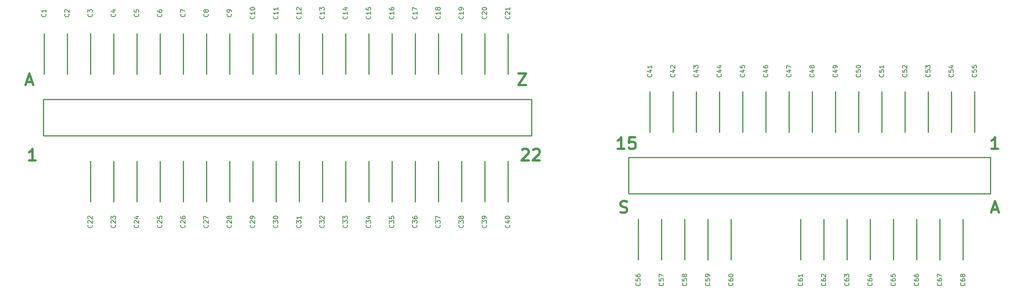
<source format=gbr>
G04 #@! TF.GenerationSoftware,KiCad,Pcbnew,(5.1.5)-3*
G04 #@! TF.CreationDate,2021-05-23T22:41:45-06:00*
G04 #@! TF.ProjectId,Star_wars_EMI,53746172-5f77-4617-9273-5f454d492e6b,rev?*
G04 #@! TF.SameCoordinates,Original*
G04 #@! TF.FileFunction,Legend,Top*
G04 #@! TF.FilePolarity,Positive*
%FSLAX46Y46*%
G04 Gerber Fmt 4.6, Leading zero omitted, Abs format (unit mm)*
G04 Created by KiCad (PCBNEW (5.1.5)-3) date 2021-05-23 22:41:45*
%MOMM*%
%LPD*%
G04 APERTURE LIST*
%ADD10C,0.508000*%
%ADD11C,0.254000*%
%ADD12C,0.150000*%
G04 APERTURE END LIST*
D10*
X294035238Y-139488333D02*
X295244761Y-139488333D01*
X293793333Y-140214047D02*
X294640000Y-137674047D01*
X295486666Y-140214047D01*
X295365714Y-126244047D02*
X293914285Y-126244047D01*
X294640000Y-126244047D02*
X294640000Y-123704047D01*
X294398095Y-124066904D01*
X294156190Y-124308809D01*
X293914285Y-124429761D01*
X212634285Y-140093095D02*
X212997142Y-140214047D01*
X213601904Y-140214047D01*
X213843809Y-140093095D01*
X213964761Y-139972142D01*
X214085714Y-139730238D01*
X214085714Y-139488333D01*
X213964761Y-139246428D01*
X213843809Y-139125476D01*
X213601904Y-139004523D01*
X213118095Y-138883571D01*
X212876190Y-138762619D01*
X212755238Y-138641666D01*
X212634285Y-138399761D01*
X212634285Y-138157857D01*
X212755238Y-137915952D01*
X212876190Y-137795000D01*
X213118095Y-137674047D01*
X213722857Y-137674047D01*
X214085714Y-137795000D01*
X213511190Y-126244047D02*
X212059761Y-126244047D01*
X212785476Y-126244047D02*
X212785476Y-123704047D01*
X212543571Y-124066904D01*
X212301666Y-124308809D01*
X212059761Y-124429761D01*
X215809285Y-123704047D02*
X214599761Y-123704047D01*
X214478809Y-124913571D01*
X214599761Y-124792619D01*
X214841666Y-124671666D01*
X215446428Y-124671666D01*
X215688333Y-124792619D01*
X215809285Y-124913571D01*
X215930238Y-125155476D01*
X215930238Y-125760238D01*
X215809285Y-126002142D01*
X215688333Y-126123095D01*
X215446428Y-126244047D01*
X214841666Y-126244047D01*
X214599761Y-126123095D01*
X214478809Y-126002142D01*
X191104761Y-126485952D02*
X191225714Y-126365000D01*
X191467619Y-126244047D01*
X192072380Y-126244047D01*
X192314285Y-126365000D01*
X192435238Y-126485952D01*
X192556190Y-126727857D01*
X192556190Y-126969761D01*
X192435238Y-127332619D01*
X190983809Y-128784047D01*
X192556190Y-128784047D01*
X193523809Y-126485952D02*
X193644761Y-126365000D01*
X193886666Y-126244047D01*
X194491428Y-126244047D01*
X194733333Y-126365000D01*
X194854285Y-126485952D01*
X194975238Y-126727857D01*
X194975238Y-126969761D01*
X194854285Y-127332619D01*
X193402857Y-128784047D01*
X194975238Y-128784047D01*
X190288333Y-109734047D02*
X191981666Y-109734047D01*
X190288333Y-112274047D01*
X191981666Y-112274047D01*
X84545714Y-128784047D02*
X83094285Y-128784047D01*
X83820000Y-128784047D02*
X83820000Y-126244047D01*
X83578095Y-126606904D01*
X83336190Y-126848809D01*
X83094285Y-126969761D01*
X82580238Y-111548333D02*
X83789761Y-111548333D01*
X82338333Y-112274047D02*
X83185000Y-109734047D01*
X84031666Y-112274047D01*
D11*
X214376000Y-130098800D02*
X214376000Y-136042400D01*
X214376000Y-136042400D02*
X293624000Y-136042400D01*
X293624000Y-136042400D02*
X293624000Y-128117600D01*
X293624000Y-128117600D02*
X214376000Y-128117600D01*
X214376000Y-128117600D02*
X214376000Y-130098800D01*
X86207600Y-115417600D02*
X86207600Y-123342400D01*
X86207600Y-123342400D02*
X193192400Y-123342400D01*
X193192400Y-123342400D02*
X193192400Y-115417600D01*
X193192400Y-115417600D02*
X86207600Y-115417600D01*
X86360000Y-100965000D02*
X86360000Y-109855000D01*
X91440000Y-100965000D02*
X91440000Y-109855000D01*
X96520000Y-100965000D02*
X96520000Y-109855000D01*
X101600000Y-100965000D02*
X101600000Y-109855000D01*
X106680000Y-100965000D02*
X106680000Y-109855000D01*
X111760000Y-100965000D02*
X111760000Y-109855000D01*
X116840000Y-100965000D02*
X116840000Y-109855000D01*
X121920000Y-100965000D02*
X121920000Y-109855000D01*
X127000000Y-100965000D02*
X127000000Y-109855000D01*
X132080000Y-100965000D02*
X132080000Y-109855000D01*
X137160000Y-100965000D02*
X137160000Y-109855000D01*
X142240000Y-100965000D02*
X142240000Y-109855000D01*
X147320000Y-100965000D02*
X147320000Y-109855000D01*
X152400000Y-100965000D02*
X152400000Y-109855000D01*
X157480000Y-100965000D02*
X157480000Y-109855000D01*
X162560000Y-100965000D02*
X162560000Y-109855000D01*
X167640000Y-100965000D02*
X167640000Y-109855000D01*
X172720000Y-100965000D02*
X172720000Y-109855000D01*
X177800000Y-100965000D02*
X177800000Y-109855000D01*
X182880000Y-100965000D02*
X182880000Y-109855000D01*
X187960000Y-100965000D02*
X187960000Y-109855000D01*
X96520000Y-137795000D02*
X96520000Y-128905000D01*
X101600000Y-137795000D02*
X101600000Y-128905000D01*
X106680000Y-137795000D02*
X106680000Y-128905000D01*
X111760000Y-137795000D02*
X111760000Y-128905000D01*
X116840000Y-137795000D02*
X116840000Y-128905000D01*
X121920000Y-137795000D02*
X121920000Y-128905000D01*
X127000000Y-137795000D02*
X127000000Y-128905000D01*
X132080000Y-137795000D02*
X132080000Y-128905000D01*
X137160000Y-137795000D02*
X137160000Y-128905000D01*
X142240000Y-137795000D02*
X142240000Y-128905000D01*
X147320000Y-137795000D02*
X147320000Y-128905000D01*
X152400000Y-137795000D02*
X152400000Y-128905000D01*
X157480000Y-137795000D02*
X157480000Y-128905000D01*
X162560000Y-137795000D02*
X162560000Y-128905000D01*
X167640000Y-137795000D02*
X167640000Y-128905000D01*
X172720000Y-137795000D02*
X172720000Y-128905000D01*
X177800000Y-137795000D02*
X177800000Y-128905000D01*
X182880000Y-137795000D02*
X182880000Y-128905000D01*
X187960000Y-137795000D02*
X187960000Y-128905000D01*
X219075000Y-113665000D02*
X219075000Y-122555000D01*
X224155000Y-113665000D02*
X224155000Y-122555000D01*
X229235000Y-113665000D02*
X229235000Y-122555000D01*
X234315000Y-113665000D02*
X234315000Y-122555000D01*
X239395000Y-113665000D02*
X239395000Y-122555000D01*
X244475000Y-113665000D02*
X244475000Y-122555000D01*
X249555000Y-113665000D02*
X249555000Y-122555000D01*
X254635000Y-113665000D02*
X254635000Y-122555000D01*
X259715000Y-113665000D02*
X259715000Y-122555000D01*
X264795000Y-113665000D02*
X264795000Y-122555000D01*
X269875000Y-113665000D02*
X269875000Y-122555000D01*
X274955000Y-113665000D02*
X274955000Y-122555000D01*
X280035000Y-113665000D02*
X280035000Y-122555000D01*
X285115000Y-113665000D02*
X285115000Y-122555000D01*
X290195000Y-113665000D02*
X290195000Y-122555000D01*
X216535000Y-150495000D02*
X216535000Y-141605000D01*
X221615000Y-150495000D02*
X221615000Y-141605000D01*
X226695000Y-150495000D02*
X226695000Y-141605000D01*
X231775000Y-150495000D02*
X231775000Y-141605000D01*
X236855000Y-150495000D02*
X236855000Y-141605000D01*
X252095000Y-150495000D02*
X252095000Y-141605000D01*
X257175000Y-150495000D02*
X257175000Y-141605000D01*
X262255000Y-150495000D02*
X262255000Y-141605000D01*
X267335000Y-150495000D02*
X267335000Y-141605000D01*
X272415000Y-150495000D02*
X272415000Y-141605000D01*
X277495000Y-150495000D02*
X277495000Y-141605000D01*
X282575000Y-150495000D02*
X282575000Y-141605000D01*
X287655000Y-150495000D02*
X287655000Y-141605000D01*
D12*
X86717142Y-96686666D02*
X86764761Y-96734285D01*
X86812380Y-96877142D01*
X86812380Y-96972380D01*
X86764761Y-97115238D01*
X86669523Y-97210476D01*
X86574285Y-97258095D01*
X86383809Y-97305714D01*
X86240952Y-97305714D01*
X86050476Y-97258095D01*
X85955238Y-97210476D01*
X85860000Y-97115238D01*
X85812380Y-96972380D01*
X85812380Y-96877142D01*
X85860000Y-96734285D01*
X85907619Y-96686666D01*
X86812380Y-95734285D02*
X86812380Y-96305714D01*
X86812380Y-96020000D02*
X85812380Y-96020000D01*
X85955238Y-96115238D01*
X86050476Y-96210476D01*
X86098095Y-96305714D01*
X91797142Y-96686666D02*
X91844761Y-96734285D01*
X91892380Y-96877142D01*
X91892380Y-96972380D01*
X91844761Y-97115238D01*
X91749523Y-97210476D01*
X91654285Y-97258095D01*
X91463809Y-97305714D01*
X91320952Y-97305714D01*
X91130476Y-97258095D01*
X91035238Y-97210476D01*
X90940000Y-97115238D01*
X90892380Y-96972380D01*
X90892380Y-96877142D01*
X90940000Y-96734285D01*
X90987619Y-96686666D01*
X90987619Y-96305714D02*
X90940000Y-96258095D01*
X90892380Y-96162857D01*
X90892380Y-95924761D01*
X90940000Y-95829523D01*
X90987619Y-95781904D01*
X91082857Y-95734285D01*
X91178095Y-95734285D01*
X91320952Y-95781904D01*
X91892380Y-96353333D01*
X91892380Y-95734285D01*
X96877142Y-96686666D02*
X96924761Y-96734285D01*
X96972380Y-96877142D01*
X96972380Y-96972380D01*
X96924761Y-97115238D01*
X96829523Y-97210476D01*
X96734285Y-97258095D01*
X96543809Y-97305714D01*
X96400952Y-97305714D01*
X96210476Y-97258095D01*
X96115238Y-97210476D01*
X96020000Y-97115238D01*
X95972380Y-96972380D01*
X95972380Y-96877142D01*
X96020000Y-96734285D01*
X96067619Y-96686666D01*
X95972380Y-96353333D02*
X95972380Y-95734285D01*
X96353333Y-96067619D01*
X96353333Y-95924761D01*
X96400952Y-95829523D01*
X96448571Y-95781904D01*
X96543809Y-95734285D01*
X96781904Y-95734285D01*
X96877142Y-95781904D01*
X96924761Y-95829523D01*
X96972380Y-95924761D01*
X96972380Y-96210476D01*
X96924761Y-96305714D01*
X96877142Y-96353333D01*
X101957142Y-96686666D02*
X102004761Y-96734285D01*
X102052380Y-96877142D01*
X102052380Y-96972380D01*
X102004761Y-97115238D01*
X101909523Y-97210476D01*
X101814285Y-97258095D01*
X101623809Y-97305714D01*
X101480952Y-97305714D01*
X101290476Y-97258095D01*
X101195238Y-97210476D01*
X101100000Y-97115238D01*
X101052380Y-96972380D01*
X101052380Y-96877142D01*
X101100000Y-96734285D01*
X101147619Y-96686666D01*
X101385714Y-95829523D02*
X102052380Y-95829523D01*
X101004761Y-96067619D02*
X101719047Y-96305714D01*
X101719047Y-95686666D01*
X107037142Y-96686666D02*
X107084761Y-96734285D01*
X107132380Y-96877142D01*
X107132380Y-96972380D01*
X107084761Y-97115238D01*
X106989523Y-97210476D01*
X106894285Y-97258095D01*
X106703809Y-97305714D01*
X106560952Y-97305714D01*
X106370476Y-97258095D01*
X106275238Y-97210476D01*
X106180000Y-97115238D01*
X106132380Y-96972380D01*
X106132380Y-96877142D01*
X106180000Y-96734285D01*
X106227619Y-96686666D01*
X106132380Y-95781904D02*
X106132380Y-96258095D01*
X106608571Y-96305714D01*
X106560952Y-96258095D01*
X106513333Y-96162857D01*
X106513333Y-95924761D01*
X106560952Y-95829523D01*
X106608571Y-95781904D01*
X106703809Y-95734285D01*
X106941904Y-95734285D01*
X107037142Y-95781904D01*
X107084761Y-95829523D01*
X107132380Y-95924761D01*
X107132380Y-96162857D01*
X107084761Y-96258095D01*
X107037142Y-96305714D01*
X112117142Y-96686666D02*
X112164761Y-96734285D01*
X112212380Y-96877142D01*
X112212380Y-96972380D01*
X112164761Y-97115238D01*
X112069523Y-97210476D01*
X111974285Y-97258095D01*
X111783809Y-97305714D01*
X111640952Y-97305714D01*
X111450476Y-97258095D01*
X111355238Y-97210476D01*
X111260000Y-97115238D01*
X111212380Y-96972380D01*
X111212380Y-96877142D01*
X111260000Y-96734285D01*
X111307619Y-96686666D01*
X111212380Y-95829523D02*
X111212380Y-96020000D01*
X111260000Y-96115238D01*
X111307619Y-96162857D01*
X111450476Y-96258095D01*
X111640952Y-96305714D01*
X112021904Y-96305714D01*
X112117142Y-96258095D01*
X112164761Y-96210476D01*
X112212380Y-96115238D01*
X112212380Y-95924761D01*
X112164761Y-95829523D01*
X112117142Y-95781904D01*
X112021904Y-95734285D01*
X111783809Y-95734285D01*
X111688571Y-95781904D01*
X111640952Y-95829523D01*
X111593333Y-95924761D01*
X111593333Y-96115238D01*
X111640952Y-96210476D01*
X111688571Y-96258095D01*
X111783809Y-96305714D01*
X117197142Y-96686666D02*
X117244761Y-96734285D01*
X117292380Y-96877142D01*
X117292380Y-96972380D01*
X117244761Y-97115238D01*
X117149523Y-97210476D01*
X117054285Y-97258095D01*
X116863809Y-97305714D01*
X116720952Y-97305714D01*
X116530476Y-97258095D01*
X116435238Y-97210476D01*
X116340000Y-97115238D01*
X116292380Y-96972380D01*
X116292380Y-96877142D01*
X116340000Y-96734285D01*
X116387619Y-96686666D01*
X116292380Y-96353333D02*
X116292380Y-95686666D01*
X117292380Y-96115238D01*
X122277142Y-96686666D02*
X122324761Y-96734285D01*
X122372380Y-96877142D01*
X122372380Y-96972380D01*
X122324761Y-97115238D01*
X122229523Y-97210476D01*
X122134285Y-97258095D01*
X121943809Y-97305714D01*
X121800952Y-97305714D01*
X121610476Y-97258095D01*
X121515238Y-97210476D01*
X121420000Y-97115238D01*
X121372380Y-96972380D01*
X121372380Y-96877142D01*
X121420000Y-96734285D01*
X121467619Y-96686666D01*
X121800952Y-96115238D02*
X121753333Y-96210476D01*
X121705714Y-96258095D01*
X121610476Y-96305714D01*
X121562857Y-96305714D01*
X121467619Y-96258095D01*
X121420000Y-96210476D01*
X121372380Y-96115238D01*
X121372380Y-95924761D01*
X121420000Y-95829523D01*
X121467619Y-95781904D01*
X121562857Y-95734285D01*
X121610476Y-95734285D01*
X121705714Y-95781904D01*
X121753333Y-95829523D01*
X121800952Y-95924761D01*
X121800952Y-96115238D01*
X121848571Y-96210476D01*
X121896190Y-96258095D01*
X121991428Y-96305714D01*
X122181904Y-96305714D01*
X122277142Y-96258095D01*
X122324761Y-96210476D01*
X122372380Y-96115238D01*
X122372380Y-95924761D01*
X122324761Y-95829523D01*
X122277142Y-95781904D01*
X122181904Y-95734285D01*
X121991428Y-95734285D01*
X121896190Y-95781904D01*
X121848571Y-95829523D01*
X121800952Y-95924761D01*
X127357142Y-96686666D02*
X127404761Y-96734285D01*
X127452380Y-96877142D01*
X127452380Y-96972380D01*
X127404761Y-97115238D01*
X127309523Y-97210476D01*
X127214285Y-97258095D01*
X127023809Y-97305714D01*
X126880952Y-97305714D01*
X126690476Y-97258095D01*
X126595238Y-97210476D01*
X126500000Y-97115238D01*
X126452380Y-96972380D01*
X126452380Y-96877142D01*
X126500000Y-96734285D01*
X126547619Y-96686666D01*
X127452380Y-96210476D02*
X127452380Y-96020000D01*
X127404761Y-95924761D01*
X127357142Y-95877142D01*
X127214285Y-95781904D01*
X127023809Y-95734285D01*
X126642857Y-95734285D01*
X126547619Y-95781904D01*
X126500000Y-95829523D01*
X126452380Y-95924761D01*
X126452380Y-96115238D01*
X126500000Y-96210476D01*
X126547619Y-96258095D01*
X126642857Y-96305714D01*
X126880952Y-96305714D01*
X126976190Y-96258095D01*
X127023809Y-96210476D01*
X127071428Y-96115238D01*
X127071428Y-95924761D01*
X127023809Y-95829523D01*
X126976190Y-95781904D01*
X126880952Y-95734285D01*
X132437142Y-97162857D02*
X132484761Y-97210476D01*
X132532380Y-97353333D01*
X132532380Y-97448571D01*
X132484761Y-97591428D01*
X132389523Y-97686666D01*
X132294285Y-97734285D01*
X132103809Y-97781904D01*
X131960952Y-97781904D01*
X131770476Y-97734285D01*
X131675238Y-97686666D01*
X131580000Y-97591428D01*
X131532380Y-97448571D01*
X131532380Y-97353333D01*
X131580000Y-97210476D01*
X131627619Y-97162857D01*
X132532380Y-96210476D02*
X132532380Y-96781904D01*
X132532380Y-96496190D02*
X131532380Y-96496190D01*
X131675238Y-96591428D01*
X131770476Y-96686666D01*
X131818095Y-96781904D01*
X131532380Y-95591428D02*
X131532380Y-95496190D01*
X131580000Y-95400952D01*
X131627619Y-95353333D01*
X131722857Y-95305714D01*
X131913333Y-95258095D01*
X132151428Y-95258095D01*
X132341904Y-95305714D01*
X132437142Y-95353333D01*
X132484761Y-95400952D01*
X132532380Y-95496190D01*
X132532380Y-95591428D01*
X132484761Y-95686666D01*
X132437142Y-95734285D01*
X132341904Y-95781904D01*
X132151428Y-95829523D01*
X131913333Y-95829523D01*
X131722857Y-95781904D01*
X131627619Y-95734285D01*
X131580000Y-95686666D01*
X131532380Y-95591428D01*
X137517142Y-97162857D02*
X137564761Y-97210476D01*
X137612380Y-97353333D01*
X137612380Y-97448571D01*
X137564761Y-97591428D01*
X137469523Y-97686666D01*
X137374285Y-97734285D01*
X137183809Y-97781904D01*
X137040952Y-97781904D01*
X136850476Y-97734285D01*
X136755238Y-97686666D01*
X136660000Y-97591428D01*
X136612380Y-97448571D01*
X136612380Y-97353333D01*
X136660000Y-97210476D01*
X136707619Y-97162857D01*
X137612380Y-96210476D02*
X137612380Y-96781904D01*
X137612380Y-96496190D02*
X136612380Y-96496190D01*
X136755238Y-96591428D01*
X136850476Y-96686666D01*
X136898095Y-96781904D01*
X137612380Y-95258095D02*
X137612380Y-95829523D01*
X137612380Y-95543809D02*
X136612380Y-95543809D01*
X136755238Y-95639047D01*
X136850476Y-95734285D01*
X136898095Y-95829523D01*
X142597142Y-97162857D02*
X142644761Y-97210476D01*
X142692380Y-97353333D01*
X142692380Y-97448571D01*
X142644761Y-97591428D01*
X142549523Y-97686666D01*
X142454285Y-97734285D01*
X142263809Y-97781904D01*
X142120952Y-97781904D01*
X141930476Y-97734285D01*
X141835238Y-97686666D01*
X141740000Y-97591428D01*
X141692380Y-97448571D01*
X141692380Y-97353333D01*
X141740000Y-97210476D01*
X141787619Y-97162857D01*
X142692380Y-96210476D02*
X142692380Y-96781904D01*
X142692380Y-96496190D02*
X141692380Y-96496190D01*
X141835238Y-96591428D01*
X141930476Y-96686666D01*
X141978095Y-96781904D01*
X141787619Y-95829523D02*
X141740000Y-95781904D01*
X141692380Y-95686666D01*
X141692380Y-95448571D01*
X141740000Y-95353333D01*
X141787619Y-95305714D01*
X141882857Y-95258095D01*
X141978095Y-95258095D01*
X142120952Y-95305714D01*
X142692380Y-95877142D01*
X142692380Y-95258095D01*
X147677142Y-97162857D02*
X147724761Y-97210476D01*
X147772380Y-97353333D01*
X147772380Y-97448571D01*
X147724761Y-97591428D01*
X147629523Y-97686666D01*
X147534285Y-97734285D01*
X147343809Y-97781904D01*
X147200952Y-97781904D01*
X147010476Y-97734285D01*
X146915238Y-97686666D01*
X146820000Y-97591428D01*
X146772380Y-97448571D01*
X146772380Y-97353333D01*
X146820000Y-97210476D01*
X146867619Y-97162857D01*
X147772380Y-96210476D02*
X147772380Y-96781904D01*
X147772380Y-96496190D02*
X146772380Y-96496190D01*
X146915238Y-96591428D01*
X147010476Y-96686666D01*
X147058095Y-96781904D01*
X146772380Y-95877142D02*
X146772380Y-95258095D01*
X147153333Y-95591428D01*
X147153333Y-95448571D01*
X147200952Y-95353333D01*
X147248571Y-95305714D01*
X147343809Y-95258095D01*
X147581904Y-95258095D01*
X147677142Y-95305714D01*
X147724761Y-95353333D01*
X147772380Y-95448571D01*
X147772380Y-95734285D01*
X147724761Y-95829523D01*
X147677142Y-95877142D01*
X152757142Y-97162857D02*
X152804761Y-97210476D01*
X152852380Y-97353333D01*
X152852380Y-97448571D01*
X152804761Y-97591428D01*
X152709523Y-97686666D01*
X152614285Y-97734285D01*
X152423809Y-97781904D01*
X152280952Y-97781904D01*
X152090476Y-97734285D01*
X151995238Y-97686666D01*
X151900000Y-97591428D01*
X151852380Y-97448571D01*
X151852380Y-97353333D01*
X151900000Y-97210476D01*
X151947619Y-97162857D01*
X152852380Y-96210476D02*
X152852380Y-96781904D01*
X152852380Y-96496190D02*
X151852380Y-96496190D01*
X151995238Y-96591428D01*
X152090476Y-96686666D01*
X152138095Y-96781904D01*
X152185714Y-95353333D02*
X152852380Y-95353333D01*
X151804761Y-95591428D02*
X152519047Y-95829523D01*
X152519047Y-95210476D01*
X157837142Y-97162857D02*
X157884761Y-97210476D01*
X157932380Y-97353333D01*
X157932380Y-97448571D01*
X157884761Y-97591428D01*
X157789523Y-97686666D01*
X157694285Y-97734285D01*
X157503809Y-97781904D01*
X157360952Y-97781904D01*
X157170476Y-97734285D01*
X157075238Y-97686666D01*
X156980000Y-97591428D01*
X156932380Y-97448571D01*
X156932380Y-97353333D01*
X156980000Y-97210476D01*
X157027619Y-97162857D01*
X157932380Y-96210476D02*
X157932380Y-96781904D01*
X157932380Y-96496190D02*
X156932380Y-96496190D01*
X157075238Y-96591428D01*
X157170476Y-96686666D01*
X157218095Y-96781904D01*
X156932380Y-95305714D02*
X156932380Y-95781904D01*
X157408571Y-95829523D01*
X157360952Y-95781904D01*
X157313333Y-95686666D01*
X157313333Y-95448571D01*
X157360952Y-95353333D01*
X157408571Y-95305714D01*
X157503809Y-95258095D01*
X157741904Y-95258095D01*
X157837142Y-95305714D01*
X157884761Y-95353333D01*
X157932380Y-95448571D01*
X157932380Y-95686666D01*
X157884761Y-95781904D01*
X157837142Y-95829523D01*
X162917142Y-97162857D02*
X162964761Y-97210476D01*
X163012380Y-97353333D01*
X163012380Y-97448571D01*
X162964761Y-97591428D01*
X162869523Y-97686666D01*
X162774285Y-97734285D01*
X162583809Y-97781904D01*
X162440952Y-97781904D01*
X162250476Y-97734285D01*
X162155238Y-97686666D01*
X162060000Y-97591428D01*
X162012380Y-97448571D01*
X162012380Y-97353333D01*
X162060000Y-97210476D01*
X162107619Y-97162857D01*
X163012380Y-96210476D02*
X163012380Y-96781904D01*
X163012380Y-96496190D02*
X162012380Y-96496190D01*
X162155238Y-96591428D01*
X162250476Y-96686666D01*
X162298095Y-96781904D01*
X162012380Y-95353333D02*
X162012380Y-95543809D01*
X162060000Y-95639047D01*
X162107619Y-95686666D01*
X162250476Y-95781904D01*
X162440952Y-95829523D01*
X162821904Y-95829523D01*
X162917142Y-95781904D01*
X162964761Y-95734285D01*
X163012380Y-95639047D01*
X163012380Y-95448571D01*
X162964761Y-95353333D01*
X162917142Y-95305714D01*
X162821904Y-95258095D01*
X162583809Y-95258095D01*
X162488571Y-95305714D01*
X162440952Y-95353333D01*
X162393333Y-95448571D01*
X162393333Y-95639047D01*
X162440952Y-95734285D01*
X162488571Y-95781904D01*
X162583809Y-95829523D01*
X167997142Y-97162857D02*
X168044761Y-97210476D01*
X168092380Y-97353333D01*
X168092380Y-97448571D01*
X168044761Y-97591428D01*
X167949523Y-97686666D01*
X167854285Y-97734285D01*
X167663809Y-97781904D01*
X167520952Y-97781904D01*
X167330476Y-97734285D01*
X167235238Y-97686666D01*
X167140000Y-97591428D01*
X167092380Y-97448571D01*
X167092380Y-97353333D01*
X167140000Y-97210476D01*
X167187619Y-97162857D01*
X168092380Y-96210476D02*
X168092380Y-96781904D01*
X168092380Y-96496190D02*
X167092380Y-96496190D01*
X167235238Y-96591428D01*
X167330476Y-96686666D01*
X167378095Y-96781904D01*
X167092380Y-95877142D02*
X167092380Y-95210476D01*
X168092380Y-95639047D01*
X173077142Y-97162857D02*
X173124761Y-97210476D01*
X173172380Y-97353333D01*
X173172380Y-97448571D01*
X173124761Y-97591428D01*
X173029523Y-97686666D01*
X172934285Y-97734285D01*
X172743809Y-97781904D01*
X172600952Y-97781904D01*
X172410476Y-97734285D01*
X172315238Y-97686666D01*
X172220000Y-97591428D01*
X172172380Y-97448571D01*
X172172380Y-97353333D01*
X172220000Y-97210476D01*
X172267619Y-97162857D01*
X173172380Y-96210476D02*
X173172380Y-96781904D01*
X173172380Y-96496190D02*
X172172380Y-96496190D01*
X172315238Y-96591428D01*
X172410476Y-96686666D01*
X172458095Y-96781904D01*
X172600952Y-95639047D02*
X172553333Y-95734285D01*
X172505714Y-95781904D01*
X172410476Y-95829523D01*
X172362857Y-95829523D01*
X172267619Y-95781904D01*
X172220000Y-95734285D01*
X172172380Y-95639047D01*
X172172380Y-95448571D01*
X172220000Y-95353333D01*
X172267619Y-95305714D01*
X172362857Y-95258095D01*
X172410476Y-95258095D01*
X172505714Y-95305714D01*
X172553333Y-95353333D01*
X172600952Y-95448571D01*
X172600952Y-95639047D01*
X172648571Y-95734285D01*
X172696190Y-95781904D01*
X172791428Y-95829523D01*
X172981904Y-95829523D01*
X173077142Y-95781904D01*
X173124761Y-95734285D01*
X173172380Y-95639047D01*
X173172380Y-95448571D01*
X173124761Y-95353333D01*
X173077142Y-95305714D01*
X172981904Y-95258095D01*
X172791428Y-95258095D01*
X172696190Y-95305714D01*
X172648571Y-95353333D01*
X172600952Y-95448571D01*
X178157142Y-97162857D02*
X178204761Y-97210476D01*
X178252380Y-97353333D01*
X178252380Y-97448571D01*
X178204761Y-97591428D01*
X178109523Y-97686666D01*
X178014285Y-97734285D01*
X177823809Y-97781904D01*
X177680952Y-97781904D01*
X177490476Y-97734285D01*
X177395238Y-97686666D01*
X177300000Y-97591428D01*
X177252380Y-97448571D01*
X177252380Y-97353333D01*
X177300000Y-97210476D01*
X177347619Y-97162857D01*
X178252380Y-96210476D02*
X178252380Y-96781904D01*
X178252380Y-96496190D02*
X177252380Y-96496190D01*
X177395238Y-96591428D01*
X177490476Y-96686666D01*
X177538095Y-96781904D01*
X178252380Y-95734285D02*
X178252380Y-95543809D01*
X178204761Y-95448571D01*
X178157142Y-95400952D01*
X178014285Y-95305714D01*
X177823809Y-95258095D01*
X177442857Y-95258095D01*
X177347619Y-95305714D01*
X177300000Y-95353333D01*
X177252380Y-95448571D01*
X177252380Y-95639047D01*
X177300000Y-95734285D01*
X177347619Y-95781904D01*
X177442857Y-95829523D01*
X177680952Y-95829523D01*
X177776190Y-95781904D01*
X177823809Y-95734285D01*
X177871428Y-95639047D01*
X177871428Y-95448571D01*
X177823809Y-95353333D01*
X177776190Y-95305714D01*
X177680952Y-95258095D01*
X183237142Y-97162857D02*
X183284761Y-97210476D01*
X183332380Y-97353333D01*
X183332380Y-97448571D01*
X183284761Y-97591428D01*
X183189523Y-97686666D01*
X183094285Y-97734285D01*
X182903809Y-97781904D01*
X182760952Y-97781904D01*
X182570476Y-97734285D01*
X182475238Y-97686666D01*
X182380000Y-97591428D01*
X182332380Y-97448571D01*
X182332380Y-97353333D01*
X182380000Y-97210476D01*
X182427619Y-97162857D01*
X182427619Y-96781904D02*
X182380000Y-96734285D01*
X182332380Y-96639047D01*
X182332380Y-96400952D01*
X182380000Y-96305714D01*
X182427619Y-96258095D01*
X182522857Y-96210476D01*
X182618095Y-96210476D01*
X182760952Y-96258095D01*
X183332380Y-96829523D01*
X183332380Y-96210476D01*
X182332380Y-95591428D02*
X182332380Y-95496190D01*
X182380000Y-95400952D01*
X182427619Y-95353333D01*
X182522857Y-95305714D01*
X182713333Y-95258095D01*
X182951428Y-95258095D01*
X183141904Y-95305714D01*
X183237142Y-95353333D01*
X183284761Y-95400952D01*
X183332380Y-95496190D01*
X183332380Y-95591428D01*
X183284761Y-95686666D01*
X183237142Y-95734285D01*
X183141904Y-95781904D01*
X182951428Y-95829523D01*
X182713333Y-95829523D01*
X182522857Y-95781904D01*
X182427619Y-95734285D01*
X182380000Y-95686666D01*
X182332380Y-95591428D01*
X188317142Y-97162857D02*
X188364761Y-97210476D01*
X188412380Y-97353333D01*
X188412380Y-97448571D01*
X188364761Y-97591428D01*
X188269523Y-97686666D01*
X188174285Y-97734285D01*
X187983809Y-97781904D01*
X187840952Y-97781904D01*
X187650476Y-97734285D01*
X187555238Y-97686666D01*
X187460000Y-97591428D01*
X187412380Y-97448571D01*
X187412380Y-97353333D01*
X187460000Y-97210476D01*
X187507619Y-97162857D01*
X187507619Y-96781904D02*
X187460000Y-96734285D01*
X187412380Y-96639047D01*
X187412380Y-96400952D01*
X187460000Y-96305714D01*
X187507619Y-96258095D01*
X187602857Y-96210476D01*
X187698095Y-96210476D01*
X187840952Y-96258095D01*
X188412380Y-96829523D01*
X188412380Y-96210476D01*
X188412380Y-95258095D02*
X188412380Y-95829523D01*
X188412380Y-95543809D02*
X187412380Y-95543809D01*
X187555238Y-95639047D01*
X187650476Y-95734285D01*
X187698095Y-95829523D01*
X96877142Y-142882857D02*
X96924761Y-142930476D01*
X96972380Y-143073333D01*
X96972380Y-143168571D01*
X96924761Y-143311428D01*
X96829523Y-143406666D01*
X96734285Y-143454285D01*
X96543809Y-143501904D01*
X96400952Y-143501904D01*
X96210476Y-143454285D01*
X96115238Y-143406666D01*
X96020000Y-143311428D01*
X95972380Y-143168571D01*
X95972380Y-143073333D01*
X96020000Y-142930476D01*
X96067619Y-142882857D01*
X96067619Y-142501904D02*
X96020000Y-142454285D01*
X95972380Y-142359047D01*
X95972380Y-142120952D01*
X96020000Y-142025714D01*
X96067619Y-141978095D01*
X96162857Y-141930476D01*
X96258095Y-141930476D01*
X96400952Y-141978095D01*
X96972380Y-142549523D01*
X96972380Y-141930476D01*
X96067619Y-141549523D02*
X96020000Y-141501904D01*
X95972380Y-141406666D01*
X95972380Y-141168571D01*
X96020000Y-141073333D01*
X96067619Y-141025714D01*
X96162857Y-140978095D01*
X96258095Y-140978095D01*
X96400952Y-141025714D01*
X96972380Y-141597142D01*
X96972380Y-140978095D01*
X101957142Y-142882857D02*
X102004761Y-142930476D01*
X102052380Y-143073333D01*
X102052380Y-143168571D01*
X102004761Y-143311428D01*
X101909523Y-143406666D01*
X101814285Y-143454285D01*
X101623809Y-143501904D01*
X101480952Y-143501904D01*
X101290476Y-143454285D01*
X101195238Y-143406666D01*
X101100000Y-143311428D01*
X101052380Y-143168571D01*
X101052380Y-143073333D01*
X101100000Y-142930476D01*
X101147619Y-142882857D01*
X101147619Y-142501904D02*
X101100000Y-142454285D01*
X101052380Y-142359047D01*
X101052380Y-142120952D01*
X101100000Y-142025714D01*
X101147619Y-141978095D01*
X101242857Y-141930476D01*
X101338095Y-141930476D01*
X101480952Y-141978095D01*
X102052380Y-142549523D01*
X102052380Y-141930476D01*
X101052380Y-141597142D02*
X101052380Y-140978095D01*
X101433333Y-141311428D01*
X101433333Y-141168571D01*
X101480952Y-141073333D01*
X101528571Y-141025714D01*
X101623809Y-140978095D01*
X101861904Y-140978095D01*
X101957142Y-141025714D01*
X102004761Y-141073333D01*
X102052380Y-141168571D01*
X102052380Y-141454285D01*
X102004761Y-141549523D01*
X101957142Y-141597142D01*
X107037142Y-142882857D02*
X107084761Y-142930476D01*
X107132380Y-143073333D01*
X107132380Y-143168571D01*
X107084761Y-143311428D01*
X106989523Y-143406666D01*
X106894285Y-143454285D01*
X106703809Y-143501904D01*
X106560952Y-143501904D01*
X106370476Y-143454285D01*
X106275238Y-143406666D01*
X106180000Y-143311428D01*
X106132380Y-143168571D01*
X106132380Y-143073333D01*
X106180000Y-142930476D01*
X106227619Y-142882857D01*
X106227619Y-142501904D02*
X106180000Y-142454285D01*
X106132380Y-142359047D01*
X106132380Y-142120952D01*
X106180000Y-142025714D01*
X106227619Y-141978095D01*
X106322857Y-141930476D01*
X106418095Y-141930476D01*
X106560952Y-141978095D01*
X107132380Y-142549523D01*
X107132380Y-141930476D01*
X106465714Y-141073333D02*
X107132380Y-141073333D01*
X106084761Y-141311428D02*
X106799047Y-141549523D01*
X106799047Y-140930476D01*
X112117142Y-142882857D02*
X112164761Y-142930476D01*
X112212380Y-143073333D01*
X112212380Y-143168571D01*
X112164761Y-143311428D01*
X112069523Y-143406666D01*
X111974285Y-143454285D01*
X111783809Y-143501904D01*
X111640952Y-143501904D01*
X111450476Y-143454285D01*
X111355238Y-143406666D01*
X111260000Y-143311428D01*
X111212380Y-143168571D01*
X111212380Y-143073333D01*
X111260000Y-142930476D01*
X111307619Y-142882857D01*
X111307619Y-142501904D02*
X111260000Y-142454285D01*
X111212380Y-142359047D01*
X111212380Y-142120952D01*
X111260000Y-142025714D01*
X111307619Y-141978095D01*
X111402857Y-141930476D01*
X111498095Y-141930476D01*
X111640952Y-141978095D01*
X112212380Y-142549523D01*
X112212380Y-141930476D01*
X111212380Y-141025714D02*
X111212380Y-141501904D01*
X111688571Y-141549523D01*
X111640952Y-141501904D01*
X111593333Y-141406666D01*
X111593333Y-141168571D01*
X111640952Y-141073333D01*
X111688571Y-141025714D01*
X111783809Y-140978095D01*
X112021904Y-140978095D01*
X112117142Y-141025714D01*
X112164761Y-141073333D01*
X112212380Y-141168571D01*
X112212380Y-141406666D01*
X112164761Y-141501904D01*
X112117142Y-141549523D01*
X117197142Y-142882857D02*
X117244761Y-142930476D01*
X117292380Y-143073333D01*
X117292380Y-143168571D01*
X117244761Y-143311428D01*
X117149523Y-143406666D01*
X117054285Y-143454285D01*
X116863809Y-143501904D01*
X116720952Y-143501904D01*
X116530476Y-143454285D01*
X116435238Y-143406666D01*
X116340000Y-143311428D01*
X116292380Y-143168571D01*
X116292380Y-143073333D01*
X116340000Y-142930476D01*
X116387619Y-142882857D01*
X116387619Y-142501904D02*
X116340000Y-142454285D01*
X116292380Y-142359047D01*
X116292380Y-142120952D01*
X116340000Y-142025714D01*
X116387619Y-141978095D01*
X116482857Y-141930476D01*
X116578095Y-141930476D01*
X116720952Y-141978095D01*
X117292380Y-142549523D01*
X117292380Y-141930476D01*
X116292380Y-141073333D02*
X116292380Y-141263809D01*
X116340000Y-141359047D01*
X116387619Y-141406666D01*
X116530476Y-141501904D01*
X116720952Y-141549523D01*
X117101904Y-141549523D01*
X117197142Y-141501904D01*
X117244761Y-141454285D01*
X117292380Y-141359047D01*
X117292380Y-141168571D01*
X117244761Y-141073333D01*
X117197142Y-141025714D01*
X117101904Y-140978095D01*
X116863809Y-140978095D01*
X116768571Y-141025714D01*
X116720952Y-141073333D01*
X116673333Y-141168571D01*
X116673333Y-141359047D01*
X116720952Y-141454285D01*
X116768571Y-141501904D01*
X116863809Y-141549523D01*
X122277142Y-142882857D02*
X122324761Y-142930476D01*
X122372380Y-143073333D01*
X122372380Y-143168571D01*
X122324761Y-143311428D01*
X122229523Y-143406666D01*
X122134285Y-143454285D01*
X121943809Y-143501904D01*
X121800952Y-143501904D01*
X121610476Y-143454285D01*
X121515238Y-143406666D01*
X121420000Y-143311428D01*
X121372380Y-143168571D01*
X121372380Y-143073333D01*
X121420000Y-142930476D01*
X121467619Y-142882857D01*
X121467619Y-142501904D02*
X121420000Y-142454285D01*
X121372380Y-142359047D01*
X121372380Y-142120952D01*
X121420000Y-142025714D01*
X121467619Y-141978095D01*
X121562857Y-141930476D01*
X121658095Y-141930476D01*
X121800952Y-141978095D01*
X122372380Y-142549523D01*
X122372380Y-141930476D01*
X121372380Y-141597142D02*
X121372380Y-140930476D01*
X122372380Y-141359047D01*
X127357142Y-142882857D02*
X127404761Y-142930476D01*
X127452380Y-143073333D01*
X127452380Y-143168571D01*
X127404761Y-143311428D01*
X127309523Y-143406666D01*
X127214285Y-143454285D01*
X127023809Y-143501904D01*
X126880952Y-143501904D01*
X126690476Y-143454285D01*
X126595238Y-143406666D01*
X126500000Y-143311428D01*
X126452380Y-143168571D01*
X126452380Y-143073333D01*
X126500000Y-142930476D01*
X126547619Y-142882857D01*
X126547619Y-142501904D02*
X126500000Y-142454285D01*
X126452380Y-142359047D01*
X126452380Y-142120952D01*
X126500000Y-142025714D01*
X126547619Y-141978095D01*
X126642857Y-141930476D01*
X126738095Y-141930476D01*
X126880952Y-141978095D01*
X127452380Y-142549523D01*
X127452380Y-141930476D01*
X126880952Y-141359047D02*
X126833333Y-141454285D01*
X126785714Y-141501904D01*
X126690476Y-141549523D01*
X126642857Y-141549523D01*
X126547619Y-141501904D01*
X126500000Y-141454285D01*
X126452380Y-141359047D01*
X126452380Y-141168571D01*
X126500000Y-141073333D01*
X126547619Y-141025714D01*
X126642857Y-140978095D01*
X126690476Y-140978095D01*
X126785714Y-141025714D01*
X126833333Y-141073333D01*
X126880952Y-141168571D01*
X126880952Y-141359047D01*
X126928571Y-141454285D01*
X126976190Y-141501904D01*
X127071428Y-141549523D01*
X127261904Y-141549523D01*
X127357142Y-141501904D01*
X127404761Y-141454285D01*
X127452380Y-141359047D01*
X127452380Y-141168571D01*
X127404761Y-141073333D01*
X127357142Y-141025714D01*
X127261904Y-140978095D01*
X127071428Y-140978095D01*
X126976190Y-141025714D01*
X126928571Y-141073333D01*
X126880952Y-141168571D01*
X132437142Y-142882857D02*
X132484761Y-142930476D01*
X132532380Y-143073333D01*
X132532380Y-143168571D01*
X132484761Y-143311428D01*
X132389523Y-143406666D01*
X132294285Y-143454285D01*
X132103809Y-143501904D01*
X131960952Y-143501904D01*
X131770476Y-143454285D01*
X131675238Y-143406666D01*
X131580000Y-143311428D01*
X131532380Y-143168571D01*
X131532380Y-143073333D01*
X131580000Y-142930476D01*
X131627619Y-142882857D01*
X131627619Y-142501904D02*
X131580000Y-142454285D01*
X131532380Y-142359047D01*
X131532380Y-142120952D01*
X131580000Y-142025714D01*
X131627619Y-141978095D01*
X131722857Y-141930476D01*
X131818095Y-141930476D01*
X131960952Y-141978095D01*
X132532380Y-142549523D01*
X132532380Y-141930476D01*
X132532380Y-141454285D02*
X132532380Y-141263809D01*
X132484761Y-141168571D01*
X132437142Y-141120952D01*
X132294285Y-141025714D01*
X132103809Y-140978095D01*
X131722857Y-140978095D01*
X131627619Y-141025714D01*
X131580000Y-141073333D01*
X131532380Y-141168571D01*
X131532380Y-141359047D01*
X131580000Y-141454285D01*
X131627619Y-141501904D01*
X131722857Y-141549523D01*
X131960952Y-141549523D01*
X132056190Y-141501904D01*
X132103809Y-141454285D01*
X132151428Y-141359047D01*
X132151428Y-141168571D01*
X132103809Y-141073333D01*
X132056190Y-141025714D01*
X131960952Y-140978095D01*
X137517142Y-142882857D02*
X137564761Y-142930476D01*
X137612380Y-143073333D01*
X137612380Y-143168571D01*
X137564761Y-143311428D01*
X137469523Y-143406666D01*
X137374285Y-143454285D01*
X137183809Y-143501904D01*
X137040952Y-143501904D01*
X136850476Y-143454285D01*
X136755238Y-143406666D01*
X136660000Y-143311428D01*
X136612380Y-143168571D01*
X136612380Y-143073333D01*
X136660000Y-142930476D01*
X136707619Y-142882857D01*
X136612380Y-142549523D02*
X136612380Y-141930476D01*
X136993333Y-142263809D01*
X136993333Y-142120952D01*
X137040952Y-142025714D01*
X137088571Y-141978095D01*
X137183809Y-141930476D01*
X137421904Y-141930476D01*
X137517142Y-141978095D01*
X137564761Y-142025714D01*
X137612380Y-142120952D01*
X137612380Y-142406666D01*
X137564761Y-142501904D01*
X137517142Y-142549523D01*
X136612380Y-141311428D02*
X136612380Y-141216190D01*
X136660000Y-141120952D01*
X136707619Y-141073333D01*
X136802857Y-141025714D01*
X136993333Y-140978095D01*
X137231428Y-140978095D01*
X137421904Y-141025714D01*
X137517142Y-141073333D01*
X137564761Y-141120952D01*
X137612380Y-141216190D01*
X137612380Y-141311428D01*
X137564761Y-141406666D01*
X137517142Y-141454285D01*
X137421904Y-141501904D01*
X137231428Y-141549523D01*
X136993333Y-141549523D01*
X136802857Y-141501904D01*
X136707619Y-141454285D01*
X136660000Y-141406666D01*
X136612380Y-141311428D01*
X142597142Y-142882857D02*
X142644761Y-142930476D01*
X142692380Y-143073333D01*
X142692380Y-143168571D01*
X142644761Y-143311428D01*
X142549523Y-143406666D01*
X142454285Y-143454285D01*
X142263809Y-143501904D01*
X142120952Y-143501904D01*
X141930476Y-143454285D01*
X141835238Y-143406666D01*
X141740000Y-143311428D01*
X141692380Y-143168571D01*
X141692380Y-143073333D01*
X141740000Y-142930476D01*
X141787619Y-142882857D01*
X141692380Y-142549523D02*
X141692380Y-141930476D01*
X142073333Y-142263809D01*
X142073333Y-142120952D01*
X142120952Y-142025714D01*
X142168571Y-141978095D01*
X142263809Y-141930476D01*
X142501904Y-141930476D01*
X142597142Y-141978095D01*
X142644761Y-142025714D01*
X142692380Y-142120952D01*
X142692380Y-142406666D01*
X142644761Y-142501904D01*
X142597142Y-142549523D01*
X142692380Y-140978095D02*
X142692380Y-141549523D01*
X142692380Y-141263809D02*
X141692380Y-141263809D01*
X141835238Y-141359047D01*
X141930476Y-141454285D01*
X141978095Y-141549523D01*
X147677142Y-142882857D02*
X147724761Y-142930476D01*
X147772380Y-143073333D01*
X147772380Y-143168571D01*
X147724761Y-143311428D01*
X147629523Y-143406666D01*
X147534285Y-143454285D01*
X147343809Y-143501904D01*
X147200952Y-143501904D01*
X147010476Y-143454285D01*
X146915238Y-143406666D01*
X146820000Y-143311428D01*
X146772380Y-143168571D01*
X146772380Y-143073333D01*
X146820000Y-142930476D01*
X146867619Y-142882857D01*
X146772380Y-142549523D02*
X146772380Y-141930476D01*
X147153333Y-142263809D01*
X147153333Y-142120952D01*
X147200952Y-142025714D01*
X147248571Y-141978095D01*
X147343809Y-141930476D01*
X147581904Y-141930476D01*
X147677142Y-141978095D01*
X147724761Y-142025714D01*
X147772380Y-142120952D01*
X147772380Y-142406666D01*
X147724761Y-142501904D01*
X147677142Y-142549523D01*
X146867619Y-141549523D02*
X146820000Y-141501904D01*
X146772380Y-141406666D01*
X146772380Y-141168571D01*
X146820000Y-141073333D01*
X146867619Y-141025714D01*
X146962857Y-140978095D01*
X147058095Y-140978095D01*
X147200952Y-141025714D01*
X147772380Y-141597142D01*
X147772380Y-140978095D01*
X152757142Y-142882857D02*
X152804761Y-142930476D01*
X152852380Y-143073333D01*
X152852380Y-143168571D01*
X152804761Y-143311428D01*
X152709523Y-143406666D01*
X152614285Y-143454285D01*
X152423809Y-143501904D01*
X152280952Y-143501904D01*
X152090476Y-143454285D01*
X151995238Y-143406666D01*
X151900000Y-143311428D01*
X151852380Y-143168571D01*
X151852380Y-143073333D01*
X151900000Y-142930476D01*
X151947619Y-142882857D01*
X151852380Y-142549523D02*
X151852380Y-141930476D01*
X152233333Y-142263809D01*
X152233333Y-142120952D01*
X152280952Y-142025714D01*
X152328571Y-141978095D01*
X152423809Y-141930476D01*
X152661904Y-141930476D01*
X152757142Y-141978095D01*
X152804761Y-142025714D01*
X152852380Y-142120952D01*
X152852380Y-142406666D01*
X152804761Y-142501904D01*
X152757142Y-142549523D01*
X151852380Y-141597142D02*
X151852380Y-140978095D01*
X152233333Y-141311428D01*
X152233333Y-141168571D01*
X152280952Y-141073333D01*
X152328571Y-141025714D01*
X152423809Y-140978095D01*
X152661904Y-140978095D01*
X152757142Y-141025714D01*
X152804761Y-141073333D01*
X152852380Y-141168571D01*
X152852380Y-141454285D01*
X152804761Y-141549523D01*
X152757142Y-141597142D01*
X157837142Y-142882857D02*
X157884761Y-142930476D01*
X157932380Y-143073333D01*
X157932380Y-143168571D01*
X157884761Y-143311428D01*
X157789523Y-143406666D01*
X157694285Y-143454285D01*
X157503809Y-143501904D01*
X157360952Y-143501904D01*
X157170476Y-143454285D01*
X157075238Y-143406666D01*
X156980000Y-143311428D01*
X156932380Y-143168571D01*
X156932380Y-143073333D01*
X156980000Y-142930476D01*
X157027619Y-142882857D01*
X156932380Y-142549523D02*
X156932380Y-141930476D01*
X157313333Y-142263809D01*
X157313333Y-142120952D01*
X157360952Y-142025714D01*
X157408571Y-141978095D01*
X157503809Y-141930476D01*
X157741904Y-141930476D01*
X157837142Y-141978095D01*
X157884761Y-142025714D01*
X157932380Y-142120952D01*
X157932380Y-142406666D01*
X157884761Y-142501904D01*
X157837142Y-142549523D01*
X157265714Y-141073333D02*
X157932380Y-141073333D01*
X156884761Y-141311428D02*
X157599047Y-141549523D01*
X157599047Y-140930476D01*
X162917142Y-142882857D02*
X162964761Y-142930476D01*
X163012380Y-143073333D01*
X163012380Y-143168571D01*
X162964761Y-143311428D01*
X162869523Y-143406666D01*
X162774285Y-143454285D01*
X162583809Y-143501904D01*
X162440952Y-143501904D01*
X162250476Y-143454285D01*
X162155238Y-143406666D01*
X162060000Y-143311428D01*
X162012380Y-143168571D01*
X162012380Y-143073333D01*
X162060000Y-142930476D01*
X162107619Y-142882857D01*
X162012380Y-142549523D02*
X162012380Y-141930476D01*
X162393333Y-142263809D01*
X162393333Y-142120952D01*
X162440952Y-142025714D01*
X162488571Y-141978095D01*
X162583809Y-141930476D01*
X162821904Y-141930476D01*
X162917142Y-141978095D01*
X162964761Y-142025714D01*
X163012380Y-142120952D01*
X163012380Y-142406666D01*
X162964761Y-142501904D01*
X162917142Y-142549523D01*
X162012380Y-141025714D02*
X162012380Y-141501904D01*
X162488571Y-141549523D01*
X162440952Y-141501904D01*
X162393333Y-141406666D01*
X162393333Y-141168571D01*
X162440952Y-141073333D01*
X162488571Y-141025714D01*
X162583809Y-140978095D01*
X162821904Y-140978095D01*
X162917142Y-141025714D01*
X162964761Y-141073333D01*
X163012380Y-141168571D01*
X163012380Y-141406666D01*
X162964761Y-141501904D01*
X162917142Y-141549523D01*
X167997142Y-142882857D02*
X168044761Y-142930476D01*
X168092380Y-143073333D01*
X168092380Y-143168571D01*
X168044761Y-143311428D01*
X167949523Y-143406666D01*
X167854285Y-143454285D01*
X167663809Y-143501904D01*
X167520952Y-143501904D01*
X167330476Y-143454285D01*
X167235238Y-143406666D01*
X167140000Y-143311428D01*
X167092380Y-143168571D01*
X167092380Y-143073333D01*
X167140000Y-142930476D01*
X167187619Y-142882857D01*
X167092380Y-142549523D02*
X167092380Y-141930476D01*
X167473333Y-142263809D01*
X167473333Y-142120952D01*
X167520952Y-142025714D01*
X167568571Y-141978095D01*
X167663809Y-141930476D01*
X167901904Y-141930476D01*
X167997142Y-141978095D01*
X168044761Y-142025714D01*
X168092380Y-142120952D01*
X168092380Y-142406666D01*
X168044761Y-142501904D01*
X167997142Y-142549523D01*
X167092380Y-141073333D02*
X167092380Y-141263809D01*
X167140000Y-141359047D01*
X167187619Y-141406666D01*
X167330476Y-141501904D01*
X167520952Y-141549523D01*
X167901904Y-141549523D01*
X167997142Y-141501904D01*
X168044761Y-141454285D01*
X168092380Y-141359047D01*
X168092380Y-141168571D01*
X168044761Y-141073333D01*
X167997142Y-141025714D01*
X167901904Y-140978095D01*
X167663809Y-140978095D01*
X167568571Y-141025714D01*
X167520952Y-141073333D01*
X167473333Y-141168571D01*
X167473333Y-141359047D01*
X167520952Y-141454285D01*
X167568571Y-141501904D01*
X167663809Y-141549523D01*
X173077142Y-142882857D02*
X173124761Y-142930476D01*
X173172380Y-143073333D01*
X173172380Y-143168571D01*
X173124761Y-143311428D01*
X173029523Y-143406666D01*
X172934285Y-143454285D01*
X172743809Y-143501904D01*
X172600952Y-143501904D01*
X172410476Y-143454285D01*
X172315238Y-143406666D01*
X172220000Y-143311428D01*
X172172380Y-143168571D01*
X172172380Y-143073333D01*
X172220000Y-142930476D01*
X172267619Y-142882857D01*
X172172380Y-142549523D02*
X172172380Y-141930476D01*
X172553333Y-142263809D01*
X172553333Y-142120952D01*
X172600952Y-142025714D01*
X172648571Y-141978095D01*
X172743809Y-141930476D01*
X172981904Y-141930476D01*
X173077142Y-141978095D01*
X173124761Y-142025714D01*
X173172380Y-142120952D01*
X173172380Y-142406666D01*
X173124761Y-142501904D01*
X173077142Y-142549523D01*
X172172380Y-141597142D02*
X172172380Y-140930476D01*
X173172380Y-141359047D01*
X178157142Y-142882857D02*
X178204761Y-142930476D01*
X178252380Y-143073333D01*
X178252380Y-143168571D01*
X178204761Y-143311428D01*
X178109523Y-143406666D01*
X178014285Y-143454285D01*
X177823809Y-143501904D01*
X177680952Y-143501904D01*
X177490476Y-143454285D01*
X177395238Y-143406666D01*
X177300000Y-143311428D01*
X177252380Y-143168571D01*
X177252380Y-143073333D01*
X177300000Y-142930476D01*
X177347619Y-142882857D01*
X177252380Y-142549523D02*
X177252380Y-141930476D01*
X177633333Y-142263809D01*
X177633333Y-142120952D01*
X177680952Y-142025714D01*
X177728571Y-141978095D01*
X177823809Y-141930476D01*
X178061904Y-141930476D01*
X178157142Y-141978095D01*
X178204761Y-142025714D01*
X178252380Y-142120952D01*
X178252380Y-142406666D01*
X178204761Y-142501904D01*
X178157142Y-142549523D01*
X177680952Y-141359047D02*
X177633333Y-141454285D01*
X177585714Y-141501904D01*
X177490476Y-141549523D01*
X177442857Y-141549523D01*
X177347619Y-141501904D01*
X177300000Y-141454285D01*
X177252380Y-141359047D01*
X177252380Y-141168571D01*
X177300000Y-141073333D01*
X177347619Y-141025714D01*
X177442857Y-140978095D01*
X177490476Y-140978095D01*
X177585714Y-141025714D01*
X177633333Y-141073333D01*
X177680952Y-141168571D01*
X177680952Y-141359047D01*
X177728571Y-141454285D01*
X177776190Y-141501904D01*
X177871428Y-141549523D01*
X178061904Y-141549523D01*
X178157142Y-141501904D01*
X178204761Y-141454285D01*
X178252380Y-141359047D01*
X178252380Y-141168571D01*
X178204761Y-141073333D01*
X178157142Y-141025714D01*
X178061904Y-140978095D01*
X177871428Y-140978095D01*
X177776190Y-141025714D01*
X177728571Y-141073333D01*
X177680952Y-141168571D01*
X183237142Y-142882857D02*
X183284761Y-142930476D01*
X183332380Y-143073333D01*
X183332380Y-143168571D01*
X183284761Y-143311428D01*
X183189523Y-143406666D01*
X183094285Y-143454285D01*
X182903809Y-143501904D01*
X182760952Y-143501904D01*
X182570476Y-143454285D01*
X182475238Y-143406666D01*
X182380000Y-143311428D01*
X182332380Y-143168571D01*
X182332380Y-143073333D01*
X182380000Y-142930476D01*
X182427619Y-142882857D01*
X182332380Y-142549523D02*
X182332380Y-141930476D01*
X182713333Y-142263809D01*
X182713333Y-142120952D01*
X182760952Y-142025714D01*
X182808571Y-141978095D01*
X182903809Y-141930476D01*
X183141904Y-141930476D01*
X183237142Y-141978095D01*
X183284761Y-142025714D01*
X183332380Y-142120952D01*
X183332380Y-142406666D01*
X183284761Y-142501904D01*
X183237142Y-142549523D01*
X183332380Y-141454285D02*
X183332380Y-141263809D01*
X183284761Y-141168571D01*
X183237142Y-141120952D01*
X183094285Y-141025714D01*
X182903809Y-140978095D01*
X182522857Y-140978095D01*
X182427619Y-141025714D01*
X182380000Y-141073333D01*
X182332380Y-141168571D01*
X182332380Y-141359047D01*
X182380000Y-141454285D01*
X182427619Y-141501904D01*
X182522857Y-141549523D01*
X182760952Y-141549523D01*
X182856190Y-141501904D01*
X182903809Y-141454285D01*
X182951428Y-141359047D01*
X182951428Y-141168571D01*
X182903809Y-141073333D01*
X182856190Y-141025714D01*
X182760952Y-140978095D01*
X188317142Y-142882857D02*
X188364761Y-142930476D01*
X188412380Y-143073333D01*
X188412380Y-143168571D01*
X188364761Y-143311428D01*
X188269523Y-143406666D01*
X188174285Y-143454285D01*
X187983809Y-143501904D01*
X187840952Y-143501904D01*
X187650476Y-143454285D01*
X187555238Y-143406666D01*
X187460000Y-143311428D01*
X187412380Y-143168571D01*
X187412380Y-143073333D01*
X187460000Y-142930476D01*
X187507619Y-142882857D01*
X187745714Y-142025714D02*
X188412380Y-142025714D01*
X187364761Y-142263809D02*
X188079047Y-142501904D01*
X188079047Y-141882857D01*
X187412380Y-141311428D02*
X187412380Y-141216190D01*
X187460000Y-141120952D01*
X187507619Y-141073333D01*
X187602857Y-141025714D01*
X187793333Y-140978095D01*
X188031428Y-140978095D01*
X188221904Y-141025714D01*
X188317142Y-141073333D01*
X188364761Y-141120952D01*
X188412380Y-141216190D01*
X188412380Y-141311428D01*
X188364761Y-141406666D01*
X188317142Y-141454285D01*
X188221904Y-141501904D01*
X188031428Y-141549523D01*
X187793333Y-141549523D01*
X187602857Y-141501904D01*
X187507619Y-141454285D01*
X187460000Y-141406666D01*
X187412380Y-141311428D01*
X219432142Y-109862857D02*
X219479761Y-109910476D01*
X219527380Y-110053333D01*
X219527380Y-110148571D01*
X219479761Y-110291428D01*
X219384523Y-110386666D01*
X219289285Y-110434285D01*
X219098809Y-110481904D01*
X218955952Y-110481904D01*
X218765476Y-110434285D01*
X218670238Y-110386666D01*
X218575000Y-110291428D01*
X218527380Y-110148571D01*
X218527380Y-110053333D01*
X218575000Y-109910476D01*
X218622619Y-109862857D01*
X218860714Y-109005714D02*
X219527380Y-109005714D01*
X218479761Y-109243809D02*
X219194047Y-109481904D01*
X219194047Y-108862857D01*
X219527380Y-107958095D02*
X219527380Y-108529523D01*
X219527380Y-108243809D02*
X218527380Y-108243809D01*
X218670238Y-108339047D01*
X218765476Y-108434285D01*
X218813095Y-108529523D01*
X224512142Y-109862857D02*
X224559761Y-109910476D01*
X224607380Y-110053333D01*
X224607380Y-110148571D01*
X224559761Y-110291428D01*
X224464523Y-110386666D01*
X224369285Y-110434285D01*
X224178809Y-110481904D01*
X224035952Y-110481904D01*
X223845476Y-110434285D01*
X223750238Y-110386666D01*
X223655000Y-110291428D01*
X223607380Y-110148571D01*
X223607380Y-110053333D01*
X223655000Y-109910476D01*
X223702619Y-109862857D01*
X223940714Y-109005714D02*
X224607380Y-109005714D01*
X223559761Y-109243809D02*
X224274047Y-109481904D01*
X224274047Y-108862857D01*
X223702619Y-108529523D02*
X223655000Y-108481904D01*
X223607380Y-108386666D01*
X223607380Y-108148571D01*
X223655000Y-108053333D01*
X223702619Y-108005714D01*
X223797857Y-107958095D01*
X223893095Y-107958095D01*
X224035952Y-108005714D01*
X224607380Y-108577142D01*
X224607380Y-107958095D01*
X229592142Y-109862857D02*
X229639761Y-109910476D01*
X229687380Y-110053333D01*
X229687380Y-110148571D01*
X229639761Y-110291428D01*
X229544523Y-110386666D01*
X229449285Y-110434285D01*
X229258809Y-110481904D01*
X229115952Y-110481904D01*
X228925476Y-110434285D01*
X228830238Y-110386666D01*
X228735000Y-110291428D01*
X228687380Y-110148571D01*
X228687380Y-110053333D01*
X228735000Y-109910476D01*
X228782619Y-109862857D01*
X229020714Y-109005714D02*
X229687380Y-109005714D01*
X228639761Y-109243809D02*
X229354047Y-109481904D01*
X229354047Y-108862857D01*
X228687380Y-108577142D02*
X228687380Y-107958095D01*
X229068333Y-108291428D01*
X229068333Y-108148571D01*
X229115952Y-108053333D01*
X229163571Y-108005714D01*
X229258809Y-107958095D01*
X229496904Y-107958095D01*
X229592142Y-108005714D01*
X229639761Y-108053333D01*
X229687380Y-108148571D01*
X229687380Y-108434285D01*
X229639761Y-108529523D01*
X229592142Y-108577142D01*
X234672142Y-109862857D02*
X234719761Y-109910476D01*
X234767380Y-110053333D01*
X234767380Y-110148571D01*
X234719761Y-110291428D01*
X234624523Y-110386666D01*
X234529285Y-110434285D01*
X234338809Y-110481904D01*
X234195952Y-110481904D01*
X234005476Y-110434285D01*
X233910238Y-110386666D01*
X233815000Y-110291428D01*
X233767380Y-110148571D01*
X233767380Y-110053333D01*
X233815000Y-109910476D01*
X233862619Y-109862857D01*
X234100714Y-109005714D02*
X234767380Y-109005714D01*
X233719761Y-109243809D02*
X234434047Y-109481904D01*
X234434047Y-108862857D01*
X234100714Y-108053333D02*
X234767380Y-108053333D01*
X233719761Y-108291428D02*
X234434047Y-108529523D01*
X234434047Y-107910476D01*
X239752142Y-109862857D02*
X239799761Y-109910476D01*
X239847380Y-110053333D01*
X239847380Y-110148571D01*
X239799761Y-110291428D01*
X239704523Y-110386666D01*
X239609285Y-110434285D01*
X239418809Y-110481904D01*
X239275952Y-110481904D01*
X239085476Y-110434285D01*
X238990238Y-110386666D01*
X238895000Y-110291428D01*
X238847380Y-110148571D01*
X238847380Y-110053333D01*
X238895000Y-109910476D01*
X238942619Y-109862857D01*
X239180714Y-109005714D02*
X239847380Y-109005714D01*
X238799761Y-109243809D02*
X239514047Y-109481904D01*
X239514047Y-108862857D01*
X238847380Y-108005714D02*
X238847380Y-108481904D01*
X239323571Y-108529523D01*
X239275952Y-108481904D01*
X239228333Y-108386666D01*
X239228333Y-108148571D01*
X239275952Y-108053333D01*
X239323571Y-108005714D01*
X239418809Y-107958095D01*
X239656904Y-107958095D01*
X239752142Y-108005714D01*
X239799761Y-108053333D01*
X239847380Y-108148571D01*
X239847380Y-108386666D01*
X239799761Y-108481904D01*
X239752142Y-108529523D01*
X244832142Y-109862857D02*
X244879761Y-109910476D01*
X244927380Y-110053333D01*
X244927380Y-110148571D01*
X244879761Y-110291428D01*
X244784523Y-110386666D01*
X244689285Y-110434285D01*
X244498809Y-110481904D01*
X244355952Y-110481904D01*
X244165476Y-110434285D01*
X244070238Y-110386666D01*
X243975000Y-110291428D01*
X243927380Y-110148571D01*
X243927380Y-110053333D01*
X243975000Y-109910476D01*
X244022619Y-109862857D01*
X244260714Y-109005714D02*
X244927380Y-109005714D01*
X243879761Y-109243809D02*
X244594047Y-109481904D01*
X244594047Y-108862857D01*
X243927380Y-108053333D02*
X243927380Y-108243809D01*
X243975000Y-108339047D01*
X244022619Y-108386666D01*
X244165476Y-108481904D01*
X244355952Y-108529523D01*
X244736904Y-108529523D01*
X244832142Y-108481904D01*
X244879761Y-108434285D01*
X244927380Y-108339047D01*
X244927380Y-108148571D01*
X244879761Y-108053333D01*
X244832142Y-108005714D01*
X244736904Y-107958095D01*
X244498809Y-107958095D01*
X244403571Y-108005714D01*
X244355952Y-108053333D01*
X244308333Y-108148571D01*
X244308333Y-108339047D01*
X244355952Y-108434285D01*
X244403571Y-108481904D01*
X244498809Y-108529523D01*
X249912142Y-109862857D02*
X249959761Y-109910476D01*
X250007380Y-110053333D01*
X250007380Y-110148571D01*
X249959761Y-110291428D01*
X249864523Y-110386666D01*
X249769285Y-110434285D01*
X249578809Y-110481904D01*
X249435952Y-110481904D01*
X249245476Y-110434285D01*
X249150238Y-110386666D01*
X249055000Y-110291428D01*
X249007380Y-110148571D01*
X249007380Y-110053333D01*
X249055000Y-109910476D01*
X249102619Y-109862857D01*
X249340714Y-109005714D02*
X250007380Y-109005714D01*
X248959761Y-109243809D02*
X249674047Y-109481904D01*
X249674047Y-108862857D01*
X249007380Y-108577142D02*
X249007380Y-107910476D01*
X250007380Y-108339047D01*
X254992142Y-109862857D02*
X255039761Y-109910476D01*
X255087380Y-110053333D01*
X255087380Y-110148571D01*
X255039761Y-110291428D01*
X254944523Y-110386666D01*
X254849285Y-110434285D01*
X254658809Y-110481904D01*
X254515952Y-110481904D01*
X254325476Y-110434285D01*
X254230238Y-110386666D01*
X254135000Y-110291428D01*
X254087380Y-110148571D01*
X254087380Y-110053333D01*
X254135000Y-109910476D01*
X254182619Y-109862857D01*
X254420714Y-109005714D02*
X255087380Y-109005714D01*
X254039761Y-109243809D02*
X254754047Y-109481904D01*
X254754047Y-108862857D01*
X254515952Y-108339047D02*
X254468333Y-108434285D01*
X254420714Y-108481904D01*
X254325476Y-108529523D01*
X254277857Y-108529523D01*
X254182619Y-108481904D01*
X254135000Y-108434285D01*
X254087380Y-108339047D01*
X254087380Y-108148571D01*
X254135000Y-108053333D01*
X254182619Y-108005714D01*
X254277857Y-107958095D01*
X254325476Y-107958095D01*
X254420714Y-108005714D01*
X254468333Y-108053333D01*
X254515952Y-108148571D01*
X254515952Y-108339047D01*
X254563571Y-108434285D01*
X254611190Y-108481904D01*
X254706428Y-108529523D01*
X254896904Y-108529523D01*
X254992142Y-108481904D01*
X255039761Y-108434285D01*
X255087380Y-108339047D01*
X255087380Y-108148571D01*
X255039761Y-108053333D01*
X254992142Y-108005714D01*
X254896904Y-107958095D01*
X254706428Y-107958095D01*
X254611190Y-108005714D01*
X254563571Y-108053333D01*
X254515952Y-108148571D01*
X260072142Y-109862857D02*
X260119761Y-109910476D01*
X260167380Y-110053333D01*
X260167380Y-110148571D01*
X260119761Y-110291428D01*
X260024523Y-110386666D01*
X259929285Y-110434285D01*
X259738809Y-110481904D01*
X259595952Y-110481904D01*
X259405476Y-110434285D01*
X259310238Y-110386666D01*
X259215000Y-110291428D01*
X259167380Y-110148571D01*
X259167380Y-110053333D01*
X259215000Y-109910476D01*
X259262619Y-109862857D01*
X259500714Y-109005714D02*
X260167380Y-109005714D01*
X259119761Y-109243809D02*
X259834047Y-109481904D01*
X259834047Y-108862857D01*
X260167380Y-108434285D02*
X260167380Y-108243809D01*
X260119761Y-108148571D01*
X260072142Y-108100952D01*
X259929285Y-108005714D01*
X259738809Y-107958095D01*
X259357857Y-107958095D01*
X259262619Y-108005714D01*
X259215000Y-108053333D01*
X259167380Y-108148571D01*
X259167380Y-108339047D01*
X259215000Y-108434285D01*
X259262619Y-108481904D01*
X259357857Y-108529523D01*
X259595952Y-108529523D01*
X259691190Y-108481904D01*
X259738809Y-108434285D01*
X259786428Y-108339047D01*
X259786428Y-108148571D01*
X259738809Y-108053333D01*
X259691190Y-108005714D01*
X259595952Y-107958095D01*
X265152142Y-109862857D02*
X265199761Y-109910476D01*
X265247380Y-110053333D01*
X265247380Y-110148571D01*
X265199761Y-110291428D01*
X265104523Y-110386666D01*
X265009285Y-110434285D01*
X264818809Y-110481904D01*
X264675952Y-110481904D01*
X264485476Y-110434285D01*
X264390238Y-110386666D01*
X264295000Y-110291428D01*
X264247380Y-110148571D01*
X264247380Y-110053333D01*
X264295000Y-109910476D01*
X264342619Y-109862857D01*
X264247380Y-108958095D02*
X264247380Y-109434285D01*
X264723571Y-109481904D01*
X264675952Y-109434285D01*
X264628333Y-109339047D01*
X264628333Y-109100952D01*
X264675952Y-109005714D01*
X264723571Y-108958095D01*
X264818809Y-108910476D01*
X265056904Y-108910476D01*
X265152142Y-108958095D01*
X265199761Y-109005714D01*
X265247380Y-109100952D01*
X265247380Y-109339047D01*
X265199761Y-109434285D01*
X265152142Y-109481904D01*
X264247380Y-108291428D02*
X264247380Y-108196190D01*
X264295000Y-108100952D01*
X264342619Y-108053333D01*
X264437857Y-108005714D01*
X264628333Y-107958095D01*
X264866428Y-107958095D01*
X265056904Y-108005714D01*
X265152142Y-108053333D01*
X265199761Y-108100952D01*
X265247380Y-108196190D01*
X265247380Y-108291428D01*
X265199761Y-108386666D01*
X265152142Y-108434285D01*
X265056904Y-108481904D01*
X264866428Y-108529523D01*
X264628333Y-108529523D01*
X264437857Y-108481904D01*
X264342619Y-108434285D01*
X264295000Y-108386666D01*
X264247380Y-108291428D01*
X270232142Y-109862857D02*
X270279761Y-109910476D01*
X270327380Y-110053333D01*
X270327380Y-110148571D01*
X270279761Y-110291428D01*
X270184523Y-110386666D01*
X270089285Y-110434285D01*
X269898809Y-110481904D01*
X269755952Y-110481904D01*
X269565476Y-110434285D01*
X269470238Y-110386666D01*
X269375000Y-110291428D01*
X269327380Y-110148571D01*
X269327380Y-110053333D01*
X269375000Y-109910476D01*
X269422619Y-109862857D01*
X269327380Y-108958095D02*
X269327380Y-109434285D01*
X269803571Y-109481904D01*
X269755952Y-109434285D01*
X269708333Y-109339047D01*
X269708333Y-109100952D01*
X269755952Y-109005714D01*
X269803571Y-108958095D01*
X269898809Y-108910476D01*
X270136904Y-108910476D01*
X270232142Y-108958095D01*
X270279761Y-109005714D01*
X270327380Y-109100952D01*
X270327380Y-109339047D01*
X270279761Y-109434285D01*
X270232142Y-109481904D01*
X270327380Y-107958095D02*
X270327380Y-108529523D01*
X270327380Y-108243809D02*
X269327380Y-108243809D01*
X269470238Y-108339047D01*
X269565476Y-108434285D01*
X269613095Y-108529523D01*
X275312142Y-109862857D02*
X275359761Y-109910476D01*
X275407380Y-110053333D01*
X275407380Y-110148571D01*
X275359761Y-110291428D01*
X275264523Y-110386666D01*
X275169285Y-110434285D01*
X274978809Y-110481904D01*
X274835952Y-110481904D01*
X274645476Y-110434285D01*
X274550238Y-110386666D01*
X274455000Y-110291428D01*
X274407380Y-110148571D01*
X274407380Y-110053333D01*
X274455000Y-109910476D01*
X274502619Y-109862857D01*
X274407380Y-108958095D02*
X274407380Y-109434285D01*
X274883571Y-109481904D01*
X274835952Y-109434285D01*
X274788333Y-109339047D01*
X274788333Y-109100952D01*
X274835952Y-109005714D01*
X274883571Y-108958095D01*
X274978809Y-108910476D01*
X275216904Y-108910476D01*
X275312142Y-108958095D01*
X275359761Y-109005714D01*
X275407380Y-109100952D01*
X275407380Y-109339047D01*
X275359761Y-109434285D01*
X275312142Y-109481904D01*
X274502619Y-108529523D02*
X274455000Y-108481904D01*
X274407380Y-108386666D01*
X274407380Y-108148571D01*
X274455000Y-108053333D01*
X274502619Y-108005714D01*
X274597857Y-107958095D01*
X274693095Y-107958095D01*
X274835952Y-108005714D01*
X275407380Y-108577142D01*
X275407380Y-107958095D01*
X280392142Y-109862857D02*
X280439761Y-109910476D01*
X280487380Y-110053333D01*
X280487380Y-110148571D01*
X280439761Y-110291428D01*
X280344523Y-110386666D01*
X280249285Y-110434285D01*
X280058809Y-110481904D01*
X279915952Y-110481904D01*
X279725476Y-110434285D01*
X279630238Y-110386666D01*
X279535000Y-110291428D01*
X279487380Y-110148571D01*
X279487380Y-110053333D01*
X279535000Y-109910476D01*
X279582619Y-109862857D01*
X279487380Y-108958095D02*
X279487380Y-109434285D01*
X279963571Y-109481904D01*
X279915952Y-109434285D01*
X279868333Y-109339047D01*
X279868333Y-109100952D01*
X279915952Y-109005714D01*
X279963571Y-108958095D01*
X280058809Y-108910476D01*
X280296904Y-108910476D01*
X280392142Y-108958095D01*
X280439761Y-109005714D01*
X280487380Y-109100952D01*
X280487380Y-109339047D01*
X280439761Y-109434285D01*
X280392142Y-109481904D01*
X279487380Y-108577142D02*
X279487380Y-107958095D01*
X279868333Y-108291428D01*
X279868333Y-108148571D01*
X279915952Y-108053333D01*
X279963571Y-108005714D01*
X280058809Y-107958095D01*
X280296904Y-107958095D01*
X280392142Y-108005714D01*
X280439761Y-108053333D01*
X280487380Y-108148571D01*
X280487380Y-108434285D01*
X280439761Y-108529523D01*
X280392142Y-108577142D01*
X285472142Y-109862857D02*
X285519761Y-109910476D01*
X285567380Y-110053333D01*
X285567380Y-110148571D01*
X285519761Y-110291428D01*
X285424523Y-110386666D01*
X285329285Y-110434285D01*
X285138809Y-110481904D01*
X284995952Y-110481904D01*
X284805476Y-110434285D01*
X284710238Y-110386666D01*
X284615000Y-110291428D01*
X284567380Y-110148571D01*
X284567380Y-110053333D01*
X284615000Y-109910476D01*
X284662619Y-109862857D01*
X284567380Y-108958095D02*
X284567380Y-109434285D01*
X285043571Y-109481904D01*
X284995952Y-109434285D01*
X284948333Y-109339047D01*
X284948333Y-109100952D01*
X284995952Y-109005714D01*
X285043571Y-108958095D01*
X285138809Y-108910476D01*
X285376904Y-108910476D01*
X285472142Y-108958095D01*
X285519761Y-109005714D01*
X285567380Y-109100952D01*
X285567380Y-109339047D01*
X285519761Y-109434285D01*
X285472142Y-109481904D01*
X284900714Y-108053333D02*
X285567380Y-108053333D01*
X284519761Y-108291428D02*
X285234047Y-108529523D01*
X285234047Y-107910476D01*
X290552142Y-109862857D02*
X290599761Y-109910476D01*
X290647380Y-110053333D01*
X290647380Y-110148571D01*
X290599761Y-110291428D01*
X290504523Y-110386666D01*
X290409285Y-110434285D01*
X290218809Y-110481904D01*
X290075952Y-110481904D01*
X289885476Y-110434285D01*
X289790238Y-110386666D01*
X289695000Y-110291428D01*
X289647380Y-110148571D01*
X289647380Y-110053333D01*
X289695000Y-109910476D01*
X289742619Y-109862857D01*
X289647380Y-108958095D02*
X289647380Y-109434285D01*
X290123571Y-109481904D01*
X290075952Y-109434285D01*
X290028333Y-109339047D01*
X290028333Y-109100952D01*
X290075952Y-109005714D01*
X290123571Y-108958095D01*
X290218809Y-108910476D01*
X290456904Y-108910476D01*
X290552142Y-108958095D01*
X290599761Y-109005714D01*
X290647380Y-109100952D01*
X290647380Y-109339047D01*
X290599761Y-109434285D01*
X290552142Y-109481904D01*
X289647380Y-108005714D02*
X289647380Y-108481904D01*
X290123571Y-108529523D01*
X290075952Y-108481904D01*
X290028333Y-108386666D01*
X290028333Y-108148571D01*
X290075952Y-108053333D01*
X290123571Y-108005714D01*
X290218809Y-107958095D01*
X290456904Y-107958095D01*
X290552142Y-108005714D01*
X290599761Y-108053333D01*
X290647380Y-108148571D01*
X290647380Y-108386666D01*
X290599761Y-108481904D01*
X290552142Y-108529523D01*
X216892142Y-155582857D02*
X216939761Y-155630476D01*
X216987380Y-155773333D01*
X216987380Y-155868571D01*
X216939761Y-156011428D01*
X216844523Y-156106666D01*
X216749285Y-156154285D01*
X216558809Y-156201904D01*
X216415952Y-156201904D01*
X216225476Y-156154285D01*
X216130238Y-156106666D01*
X216035000Y-156011428D01*
X215987380Y-155868571D01*
X215987380Y-155773333D01*
X216035000Y-155630476D01*
X216082619Y-155582857D01*
X215987380Y-154678095D02*
X215987380Y-155154285D01*
X216463571Y-155201904D01*
X216415952Y-155154285D01*
X216368333Y-155059047D01*
X216368333Y-154820952D01*
X216415952Y-154725714D01*
X216463571Y-154678095D01*
X216558809Y-154630476D01*
X216796904Y-154630476D01*
X216892142Y-154678095D01*
X216939761Y-154725714D01*
X216987380Y-154820952D01*
X216987380Y-155059047D01*
X216939761Y-155154285D01*
X216892142Y-155201904D01*
X215987380Y-153773333D02*
X215987380Y-153963809D01*
X216035000Y-154059047D01*
X216082619Y-154106666D01*
X216225476Y-154201904D01*
X216415952Y-154249523D01*
X216796904Y-154249523D01*
X216892142Y-154201904D01*
X216939761Y-154154285D01*
X216987380Y-154059047D01*
X216987380Y-153868571D01*
X216939761Y-153773333D01*
X216892142Y-153725714D01*
X216796904Y-153678095D01*
X216558809Y-153678095D01*
X216463571Y-153725714D01*
X216415952Y-153773333D01*
X216368333Y-153868571D01*
X216368333Y-154059047D01*
X216415952Y-154154285D01*
X216463571Y-154201904D01*
X216558809Y-154249523D01*
X221972142Y-155582857D02*
X222019761Y-155630476D01*
X222067380Y-155773333D01*
X222067380Y-155868571D01*
X222019761Y-156011428D01*
X221924523Y-156106666D01*
X221829285Y-156154285D01*
X221638809Y-156201904D01*
X221495952Y-156201904D01*
X221305476Y-156154285D01*
X221210238Y-156106666D01*
X221115000Y-156011428D01*
X221067380Y-155868571D01*
X221067380Y-155773333D01*
X221115000Y-155630476D01*
X221162619Y-155582857D01*
X221067380Y-154678095D02*
X221067380Y-155154285D01*
X221543571Y-155201904D01*
X221495952Y-155154285D01*
X221448333Y-155059047D01*
X221448333Y-154820952D01*
X221495952Y-154725714D01*
X221543571Y-154678095D01*
X221638809Y-154630476D01*
X221876904Y-154630476D01*
X221972142Y-154678095D01*
X222019761Y-154725714D01*
X222067380Y-154820952D01*
X222067380Y-155059047D01*
X222019761Y-155154285D01*
X221972142Y-155201904D01*
X221067380Y-154297142D02*
X221067380Y-153630476D01*
X222067380Y-154059047D01*
X227052142Y-155582857D02*
X227099761Y-155630476D01*
X227147380Y-155773333D01*
X227147380Y-155868571D01*
X227099761Y-156011428D01*
X227004523Y-156106666D01*
X226909285Y-156154285D01*
X226718809Y-156201904D01*
X226575952Y-156201904D01*
X226385476Y-156154285D01*
X226290238Y-156106666D01*
X226195000Y-156011428D01*
X226147380Y-155868571D01*
X226147380Y-155773333D01*
X226195000Y-155630476D01*
X226242619Y-155582857D01*
X226147380Y-154678095D02*
X226147380Y-155154285D01*
X226623571Y-155201904D01*
X226575952Y-155154285D01*
X226528333Y-155059047D01*
X226528333Y-154820952D01*
X226575952Y-154725714D01*
X226623571Y-154678095D01*
X226718809Y-154630476D01*
X226956904Y-154630476D01*
X227052142Y-154678095D01*
X227099761Y-154725714D01*
X227147380Y-154820952D01*
X227147380Y-155059047D01*
X227099761Y-155154285D01*
X227052142Y-155201904D01*
X226575952Y-154059047D02*
X226528333Y-154154285D01*
X226480714Y-154201904D01*
X226385476Y-154249523D01*
X226337857Y-154249523D01*
X226242619Y-154201904D01*
X226195000Y-154154285D01*
X226147380Y-154059047D01*
X226147380Y-153868571D01*
X226195000Y-153773333D01*
X226242619Y-153725714D01*
X226337857Y-153678095D01*
X226385476Y-153678095D01*
X226480714Y-153725714D01*
X226528333Y-153773333D01*
X226575952Y-153868571D01*
X226575952Y-154059047D01*
X226623571Y-154154285D01*
X226671190Y-154201904D01*
X226766428Y-154249523D01*
X226956904Y-154249523D01*
X227052142Y-154201904D01*
X227099761Y-154154285D01*
X227147380Y-154059047D01*
X227147380Y-153868571D01*
X227099761Y-153773333D01*
X227052142Y-153725714D01*
X226956904Y-153678095D01*
X226766428Y-153678095D01*
X226671190Y-153725714D01*
X226623571Y-153773333D01*
X226575952Y-153868571D01*
X232132142Y-155582857D02*
X232179761Y-155630476D01*
X232227380Y-155773333D01*
X232227380Y-155868571D01*
X232179761Y-156011428D01*
X232084523Y-156106666D01*
X231989285Y-156154285D01*
X231798809Y-156201904D01*
X231655952Y-156201904D01*
X231465476Y-156154285D01*
X231370238Y-156106666D01*
X231275000Y-156011428D01*
X231227380Y-155868571D01*
X231227380Y-155773333D01*
X231275000Y-155630476D01*
X231322619Y-155582857D01*
X231227380Y-154678095D02*
X231227380Y-155154285D01*
X231703571Y-155201904D01*
X231655952Y-155154285D01*
X231608333Y-155059047D01*
X231608333Y-154820952D01*
X231655952Y-154725714D01*
X231703571Y-154678095D01*
X231798809Y-154630476D01*
X232036904Y-154630476D01*
X232132142Y-154678095D01*
X232179761Y-154725714D01*
X232227380Y-154820952D01*
X232227380Y-155059047D01*
X232179761Y-155154285D01*
X232132142Y-155201904D01*
X232227380Y-154154285D02*
X232227380Y-153963809D01*
X232179761Y-153868571D01*
X232132142Y-153820952D01*
X231989285Y-153725714D01*
X231798809Y-153678095D01*
X231417857Y-153678095D01*
X231322619Y-153725714D01*
X231275000Y-153773333D01*
X231227380Y-153868571D01*
X231227380Y-154059047D01*
X231275000Y-154154285D01*
X231322619Y-154201904D01*
X231417857Y-154249523D01*
X231655952Y-154249523D01*
X231751190Y-154201904D01*
X231798809Y-154154285D01*
X231846428Y-154059047D01*
X231846428Y-153868571D01*
X231798809Y-153773333D01*
X231751190Y-153725714D01*
X231655952Y-153678095D01*
X237212142Y-155582857D02*
X237259761Y-155630476D01*
X237307380Y-155773333D01*
X237307380Y-155868571D01*
X237259761Y-156011428D01*
X237164523Y-156106666D01*
X237069285Y-156154285D01*
X236878809Y-156201904D01*
X236735952Y-156201904D01*
X236545476Y-156154285D01*
X236450238Y-156106666D01*
X236355000Y-156011428D01*
X236307380Y-155868571D01*
X236307380Y-155773333D01*
X236355000Y-155630476D01*
X236402619Y-155582857D01*
X236307380Y-154725714D02*
X236307380Y-154916190D01*
X236355000Y-155011428D01*
X236402619Y-155059047D01*
X236545476Y-155154285D01*
X236735952Y-155201904D01*
X237116904Y-155201904D01*
X237212142Y-155154285D01*
X237259761Y-155106666D01*
X237307380Y-155011428D01*
X237307380Y-154820952D01*
X237259761Y-154725714D01*
X237212142Y-154678095D01*
X237116904Y-154630476D01*
X236878809Y-154630476D01*
X236783571Y-154678095D01*
X236735952Y-154725714D01*
X236688333Y-154820952D01*
X236688333Y-155011428D01*
X236735952Y-155106666D01*
X236783571Y-155154285D01*
X236878809Y-155201904D01*
X236307380Y-154011428D02*
X236307380Y-153916190D01*
X236355000Y-153820952D01*
X236402619Y-153773333D01*
X236497857Y-153725714D01*
X236688333Y-153678095D01*
X236926428Y-153678095D01*
X237116904Y-153725714D01*
X237212142Y-153773333D01*
X237259761Y-153820952D01*
X237307380Y-153916190D01*
X237307380Y-154011428D01*
X237259761Y-154106666D01*
X237212142Y-154154285D01*
X237116904Y-154201904D01*
X236926428Y-154249523D01*
X236688333Y-154249523D01*
X236497857Y-154201904D01*
X236402619Y-154154285D01*
X236355000Y-154106666D01*
X236307380Y-154011428D01*
X252452142Y-155582857D02*
X252499761Y-155630476D01*
X252547380Y-155773333D01*
X252547380Y-155868571D01*
X252499761Y-156011428D01*
X252404523Y-156106666D01*
X252309285Y-156154285D01*
X252118809Y-156201904D01*
X251975952Y-156201904D01*
X251785476Y-156154285D01*
X251690238Y-156106666D01*
X251595000Y-156011428D01*
X251547380Y-155868571D01*
X251547380Y-155773333D01*
X251595000Y-155630476D01*
X251642619Y-155582857D01*
X251547380Y-154725714D02*
X251547380Y-154916190D01*
X251595000Y-155011428D01*
X251642619Y-155059047D01*
X251785476Y-155154285D01*
X251975952Y-155201904D01*
X252356904Y-155201904D01*
X252452142Y-155154285D01*
X252499761Y-155106666D01*
X252547380Y-155011428D01*
X252547380Y-154820952D01*
X252499761Y-154725714D01*
X252452142Y-154678095D01*
X252356904Y-154630476D01*
X252118809Y-154630476D01*
X252023571Y-154678095D01*
X251975952Y-154725714D01*
X251928333Y-154820952D01*
X251928333Y-155011428D01*
X251975952Y-155106666D01*
X252023571Y-155154285D01*
X252118809Y-155201904D01*
X252547380Y-153678095D02*
X252547380Y-154249523D01*
X252547380Y-153963809D02*
X251547380Y-153963809D01*
X251690238Y-154059047D01*
X251785476Y-154154285D01*
X251833095Y-154249523D01*
X257532142Y-155582857D02*
X257579761Y-155630476D01*
X257627380Y-155773333D01*
X257627380Y-155868571D01*
X257579761Y-156011428D01*
X257484523Y-156106666D01*
X257389285Y-156154285D01*
X257198809Y-156201904D01*
X257055952Y-156201904D01*
X256865476Y-156154285D01*
X256770238Y-156106666D01*
X256675000Y-156011428D01*
X256627380Y-155868571D01*
X256627380Y-155773333D01*
X256675000Y-155630476D01*
X256722619Y-155582857D01*
X256627380Y-154725714D02*
X256627380Y-154916190D01*
X256675000Y-155011428D01*
X256722619Y-155059047D01*
X256865476Y-155154285D01*
X257055952Y-155201904D01*
X257436904Y-155201904D01*
X257532142Y-155154285D01*
X257579761Y-155106666D01*
X257627380Y-155011428D01*
X257627380Y-154820952D01*
X257579761Y-154725714D01*
X257532142Y-154678095D01*
X257436904Y-154630476D01*
X257198809Y-154630476D01*
X257103571Y-154678095D01*
X257055952Y-154725714D01*
X257008333Y-154820952D01*
X257008333Y-155011428D01*
X257055952Y-155106666D01*
X257103571Y-155154285D01*
X257198809Y-155201904D01*
X256722619Y-154249523D02*
X256675000Y-154201904D01*
X256627380Y-154106666D01*
X256627380Y-153868571D01*
X256675000Y-153773333D01*
X256722619Y-153725714D01*
X256817857Y-153678095D01*
X256913095Y-153678095D01*
X257055952Y-153725714D01*
X257627380Y-154297142D01*
X257627380Y-153678095D01*
X262612142Y-155582857D02*
X262659761Y-155630476D01*
X262707380Y-155773333D01*
X262707380Y-155868571D01*
X262659761Y-156011428D01*
X262564523Y-156106666D01*
X262469285Y-156154285D01*
X262278809Y-156201904D01*
X262135952Y-156201904D01*
X261945476Y-156154285D01*
X261850238Y-156106666D01*
X261755000Y-156011428D01*
X261707380Y-155868571D01*
X261707380Y-155773333D01*
X261755000Y-155630476D01*
X261802619Y-155582857D01*
X261707380Y-154725714D02*
X261707380Y-154916190D01*
X261755000Y-155011428D01*
X261802619Y-155059047D01*
X261945476Y-155154285D01*
X262135952Y-155201904D01*
X262516904Y-155201904D01*
X262612142Y-155154285D01*
X262659761Y-155106666D01*
X262707380Y-155011428D01*
X262707380Y-154820952D01*
X262659761Y-154725714D01*
X262612142Y-154678095D01*
X262516904Y-154630476D01*
X262278809Y-154630476D01*
X262183571Y-154678095D01*
X262135952Y-154725714D01*
X262088333Y-154820952D01*
X262088333Y-155011428D01*
X262135952Y-155106666D01*
X262183571Y-155154285D01*
X262278809Y-155201904D01*
X261707380Y-154297142D02*
X261707380Y-153678095D01*
X262088333Y-154011428D01*
X262088333Y-153868571D01*
X262135952Y-153773333D01*
X262183571Y-153725714D01*
X262278809Y-153678095D01*
X262516904Y-153678095D01*
X262612142Y-153725714D01*
X262659761Y-153773333D01*
X262707380Y-153868571D01*
X262707380Y-154154285D01*
X262659761Y-154249523D01*
X262612142Y-154297142D01*
X267692142Y-155582857D02*
X267739761Y-155630476D01*
X267787380Y-155773333D01*
X267787380Y-155868571D01*
X267739761Y-156011428D01*
X267644523Y-156106666D01*
X267549285Y-156154285D01*
X267358809Y-156201904D01*
X267215952Y-156201904D01*
X267025476Y-156154285D01*
X266930238Y-156106666D01*
X266835000Y-156011428D01*
X266787380Y-155868571D01*
X266787380Y-155773333D01*
X266835000Y-155630476D01*
X266882619Y-155582857D01*
X266787380Y-154725714D02*
X266787380Y-154916190D01*
X266835000Y-155011428D01*
X266882619Y-155059047D01*
X267025476Y-155154285D01*
X267215952Y-155201904D01*
X267596904Y-155201904D01*
X267692142Y-155154285D01*
X267739761Y-155106666D01*
X267787380Y-155011428D01*
X267787380Y-154820952D01*
X267739761Y-154725714D01*
X267692142Y-154678095D01*
X267596904Y-154630476D01*
X267358809Y-154630476D01*
X267263571Y-154678095D01*
X267215952Y-154725714D01*
X267168333Y-154820952D01*
X267168333Y-155011428D01*
X267215952Y-155106666D01*
X267263571Y-155154285D01*
X267358809Y-155201904D01*
X267120714Y-153773333D02*
X267787380Y-153773333D01*
X266739761Y-154011428D02*
X267454047Y-154249523D01*
X267454047Y-153630476D01*
X272772142Y-155582857D02*
X272819761Y-155630476D01*
X272867380Y-155773333D01*
X272867380Y-155868571D01*
X272819761Y-156011428D01*
X272724523Y-156106666D01*
X272629285Y-156154285D01*
X272438809Y-156201904D01*
X272295952Y-156201904D01*
X272105476Y-156154285D01*
X272010238Y-156106666D01*
X271915000Y-156011428D01*
X271867380Y-155868571D01*
X271867380Y-155773333D01*
X271915000Y-155630476D01*
X271962619Y-155582857D01*
X271867380Y-154725714D02*
X271867380Y-154916190D01*
X271915000Y-155011428D01*
X271962619Y-155059047D01*
X272105476Y-155154285D01*
X272295952Y-155201904D01*
X272676904Y-155201904D01*
X272772142Y-155154285D01*
X272819761Y-155106666D01*
X272867380Y-155011428D01*
X272867380Y-154820952D01*
X272819761Y-154725714D01*
X272772142Y-154678095D01*
X272676904Y-154630476D01*
X272438809Y-154630476D01*
X272343571Y-154678095D01*
X272295952Y-154725714D01*
X272248333Y-154820952D01*
X272248333Y-155011428D01*
X272295952Y-155106666D01*
X272343571Y-155154285D01*
X272438809Y-155201904D01*
X271867380Y-153725714D02*
X271867380Y-154201904D01*
X272343571Y-154249523D01*
X272295952Y-154201904D01*
X272248333Y-154106666D01*
X272248333Y-153868571D01*
X272295952Y-153773333D01*
X272343571Y-153725714D01*
X272438809Y-153678095D01*
X272676904Y-153678095D01*
X272772142Y-153725714D01*
X272819761Y-153773333D01*
X272867380Y-153868571D01*
X272867380Y-154106666D01*
X272819761Y-154201904D01*
X272772142Y-154249523D01*
X277852142Y-155582857D02*
X277899761Y-155630476D01*
X277947380Y-155773333D01*
X277947380Y-155868571D01*
X277899761Y-156011428D01*
X277804523Y-156106666D01*
X277709285Y-156154285D01*
X277518809Y-156201904D01*
X277375952Y-156201904D01*
X277185476Y-156154285D01*
X277090238Y-156106666D01*
X276995000Y-156011428D01*
X276947380Y-155868571D01*
X276947380Y-155773333D01*
X276995000Y-155630476D01*
X277042619Y-155582857D01*
X276947380Y-154725714D02*
X276947380Y-154916190D01*
X276995000Y-155011428D01*
X277042619Y-155059047D01*
X277185476Y-155154285D01*
X277375952Y-155201904D01*
X277756904Y-155201904D01*
X277852142Y-155154285D01*
X277899761Y-155106666D01*
X277947380Y-155011428D01*
X277947380Y-154820952D01*
X277899761Y-154725714D01*
X277852142Y-154678095D01*
X277756904Y-154630476D01*
X277518809Y-154630476D01*
X277423571Y-154678095D01*
X277375952Y-154725714D01*
X277328333Y-154820952D01*
X277328333Y-155011428D01*
X277375952Y-155106666D01*
X277423571Y-155154285D01*
X277518809Y-155201904D01*
X276947380Y-153773333D02*
X276947380Y-153963809D01*
X276995000Y-154059047D01*
X277042619Y-154106666D01*
X277185476Y-154201904D01*
X277375952Y-154249523D01*
X277756904Y-154249523D01*
X277852142Y-154201904D01*
X277899761Y-154154285D01*
X277947380Y-154059047D01*
X277947380Y-153868571D01*
X277899761Y-153773333D01*
X277852142Y-153725714D01*
X277756904Y-153678095D01*
X277518809Y-153678095D01*
X277423571Y-153725714D01*
X277375952Y-153773333D01*
X277328333Y-153868571D01*
X277328333Y-154059047D01*
X277375952Y-154154285D01*
X277423571Y-154201904D01*
X277518809Y-154249523D01*
X282932142Y-155582857D02*
X282979761Y-155630476D01*
X283027380Y-155773333D01*
X283027380Y-155868571D01*
X282979761Y-156011428D01*
X282884523Y-156106666D01*
X282789285Y-156154285D01*
X282598809Y-156201904D01*
X282455952Y-156201904D01*
X282265476Y-156154285D01*
X282170238Y-156106666D01*
X282075000Y-156011428D01*
X282027380Y-155868571D01*
X282027380Y-155773333D01*
X282075000Y-155630476D01*
X282122619Y-155582857D01*
X282027380Y-154725714D02*
X282027380Y-154916190D01*
X282075000Y-155011428D01*
X282122619Y-155059047D01*
X282265476Y-155154285D01*
X282455952Y-155201904D01*
X282836904Y-155201904D01*
X282932142Y-155154285D01*
X282979761Y-155106666D01*
X283027380Y-155011428D01*
X283027380Y-154820952D01*
X282979761Y-154725714D01*
X282932142Y-154678095D01*
X282836904Y-154630476D01*
X282598809Y-154630476D01*
X282503571Y-154678095D01*
X282455952Y-154725714D01*
X282408333Y-154820952D01*
X282408333Y-155011428D01*
X282455952Y-155106666D01*
X282503571Y-155154285D01*
X282598809Y-155201904D01*
X282027380Y-154297142D02*
X282027380Y-153630476D01*
X283027380Y-154059047D01*
X288012142Y-155582857D02*
X288059761Y-155630476D01*
X288107380Y-155773333D01*
X288107380Y-155868571D01*
X288059761Y-156011428D01*
X287964523Y-156106666D01*
X287869285Y-156154285D01*
X287678809Y-156201904D01*
X287535952Y-156201904D01*
X287345476Y-156154285D01*
X287250238Y-156106666D01*
X287155000Y-156011428D01*
X287107380Y-155868571D01*
X287107380Y-155773333D01*
X287155000Y-155630476D01*
X287202619Y-155582857D01*
X287107380Y-154725714D02*
X287107380Y-154916190D01*
X287155000Y-155011428D01*
X287202619Y-155059047D01*
X287345476Y-155154285D01*
X287535952Y-155201904D01*
X287916904Y-155201904D01*
X288012142Y-155154285D01*
X288059761Y-155106666D01*
X288107380Y-155011428D01*
X288107380Y-154820952D01*
X288059761Y-154725714D01*
X288012142Y-154678095D01*
X287916904Y-154630476D01*
X287678809Y-154630476D01*
X287583571Y-154678095D01*
X287535952Y-154725714D01*
X287488333Y-154820952D01*
X287488333Y-155011428D01*
X287535952Y-155106666D01*
X287583571Y-155154285D01*
X287678809Y-155201904D01*
X287535952Y-154059047D02*
X287488333Y-154154285D01*
X287440714Y-154201904D01*
X287345476Y-154249523D01*
X287297857Y-154249523D01*
X287202619Y-154201904D01*
X287155000Y-154154285D01*
X287107380Y-154059047D01*
X287107380Y-153868571D01*
X287155000Y-153773333D01*
X287202619Y-153725714D01*
X287297857Y-153678095D01*
X287345476Y-153678095D01*
X287440714Y-153725714D01*
X287488333Y-153773333D01*
X287535952Y-153868571D01*
X287535952Y-154059047D01*
X287583571Y-154154285D01*
X287631190Y-154201904D01*
X287726428Y-154249523D01*
X287916904Y-154249523D01*
X288012142Y-154201904D01*
X288059761Y-154154285D01*
X288107380Y-154059047D01*
X288107380Y-153868571D01*
X288059761Y-153773333D01*
X288012142Y-153725714D01*
X287916904Y-153678095D01*
X287726428Y-153678095D01*
X287631190Y-153725714D01*
X287583571Y-153773333D01*
X287535952Y-153868571D01*
M02*

</source>
